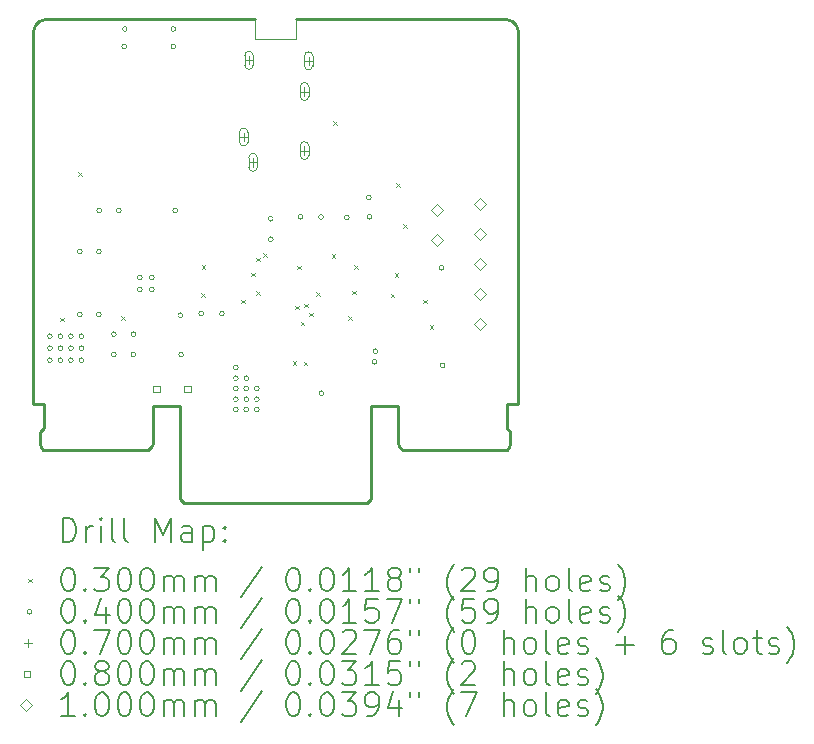
<source format=gbr>
%TF.GenerationSoftware,KiCad,Pcbnew,8.0.2*%
%TF.CreationDate,2024-05-11T12:06:00+10:00*%
%TF.ProjectId,hawk,6861776b-2e6b-4696-9361-645f70636258,1*%
%TF.SameCoordinates,Original*%
%TF.FileFunction,Drillmap*%
%TF.FilePolarity,Positive*%
%FSLAX45Y45*%
G04 Gerber Fmt 4.5, Leading zero omitted, Abs format (unit mm)*
G04 Created by KiCad (PCBNEW 8.0.2) date 2024-05-11 12:06:00*
%MOMM*%
%LPD*%
G01*
G04 APERTURE LIST*
%ADD10C,0.254000*%
%ADD11C,0.100000*%
%ADD12C,0.200000*%
G04 APERTURE END LIST*
D10*
X14687630Y-8187650D02*
X12914550Y-8187650D01*
X15943130Y-11832890D02*
X15967050Y-11837650D01*
X12881700Y-11812650D02*
X12900000Y-11830950D01*
X13819790Y-11799070D02*
X13824550Y-11775150D01*
D11*
X15037630Y-8187650D02*
X15037630Y-8356600D01*
D10*
X16914550Y-11447650D02*
X16824550Y-11447650D01*
X16800000Y-11837650D02*
X16825000Y-11830950D01*
X12843840Y-8216940D02*
X12827950Y-8237650D01*
X16843300Y-11812650D02*
X16850000Y-11787650D01*
X16911140Y-8261770D02*
X16901150Y-8237650D01*
X16800000Y-11837650D02*
X15967050Y-11837650D01*
X12827950Y-8237650D02*
X12817960Y-8261770D01*
X13785970Y-11832890D02*
X13806240Y-11819340D01*
X12817960Y-8261770D02*
X12814550Y-8287650D01*
X15922860Y-11819340D02*
X15943130Y-11832890D01*
X12900000Y-11830950D02*
X12925000Y-11837650D01*
X13806240Y-11819340D02*
X13819790Y-11799070D01*
X14053550Y-11462650D02*
X13825800Y-11462650D01*
X14071860Y-12269340D02*
X14092130Y-12282890D01*
X16864550Y-8201050D02*
X16840430Y-8191060D01*
X14092130Y-12282890D02*
X14116050Y-12287650D01*
X16824550Y-11447650D02*
X16824550Y-11647650D01*
X15657240Y-12269340D02*
X15670790Y-12249070D01*
X15613050Y-12287650D02*
X14116050Y-12287650D01*
X16825000Y-11830950D02*
X16843300Y-11812650D01*
X15670790Y-12249070D02*
X15675550Y-12225150D01*
X13762050Y-11837650D02*
X13785970Y-11832890D01*
X13762050Y-11837650D02*
X12925000Y-11837650D01*
X14058310Y-12249070D02*
X14071860Y-12269340D01*
X15904550Y-11462650D02*
X15904550Y-11775150D01*
X12864550Y-8201050D02*
X12843840Y-8216940D01*
X12914550Y-8187650D02*
X12888670Y-8191060D01*
X12904550Y-11647650D02*
X12875000Y-11678920D01*
X16850000Y-11678920D02*
X16824550Y-11647650D01*
X16814550Y-8187650D02*
X15037630Y-8187650D01*
X15613050Y-12287650D02*
X15636970Y-12282890D01*
X14053550Y-12225150D02*
X14058310Y-12249070D01*
X12904550Y-11447650D02*
X12904550Y-11647650D01*
X16840430Y-8191060D02*
X16814550Y-8187650D01*
X16885260Y-8216940D02*
X16864550Y-8201050D01*
X12888670Y-8191060D02*
X12864550Y-8201050D01*
X12814550Y-8287650D02*
X12814550Y-11447650D01*
D11*
X15037630Y-8356600D02*
X14687630Y-8356600D01*
D10*
X12875000Y-11787650D02*
X12881700Y-11812650D01*
D11*
X14687630Y-8356600D02*
X14687630Y-8187650D01*
D10*
X15636970Y-12282890D02*
X15657240Y-12269340D01*
X13825800Y-11462650D02*
X13824550Y-11775150D01*
X15904550Y-11462650D02*
X15675550Y-11462650D01*
X12904550Y-11447650D02*
X12814550Y-11447650D01*
X12875000Y-11678920D02*
X12875000Y-11787650D01*
X15675550Y-11462650D02*
X15675550Y-12225150D01*
X14053550Y-11462650D02*
X14053550Y-12225150D01*
X16914550Y-8287650D02*
X16911140Y-8261770D01*
X15909310Y-11799070D02*
X15922860Y-11819340D01*
X16914550Y-8287650D02*
X16914550Y-11447650D01*
X16850000Y-11678920D02*
X16850000Y-11787650D01*
X16901150Y-8237650D02*
X16885260Y-8216940D01*
X15904550Y-11775150D02*
X15909310Y-11799070D01*
D12*
D11*
X13040600Y-10716500D02*
X13070600Y-10746500D01*
X13070600Y-10716500D02*
X13040600Y-10746500D01*
X13193000Y-9484600D02*
X13223000Y-9514600D01*
X13223000Y-9484600D02*
X13193000Y-9514600D01*
X13561300Y-10703800D02*
X13591300Y-10733800D01*
X13591300Y-10703800D02*
X13561300Y-10733800D01*
X14234400Y-10505680D02*
X14264400Y-10535680D01*
X14264400Y-10505680D02*
X14234400Y-10535680D01*
X14239480Y-10272000D02*
X14269480Y-10302000D01*
X14269480Y-10272000D02*
X14239480Y-10302000D01*
X14577300Y-10564100D02*
X14607300Y-10594100D01*
X14607300Y-10564100D02*
X14577300Y-10594100D01*
X14658680Y-10335600D02*
X14688680Y-10365600D01*
X14688680Y-10335600D02*
X14658680Y-10365600D01*
X14701205Y-10206515D02*
X14731205Y-10236515D01*
X14731205Y-10206515D02*
X14701205Y-10236515D01*
X14701760Y-10490440D02*
X14731760Y-10520440D01*
X14731760Y-10490440D02*
X14701760Y-10520440D01*
X14762729Y-10169309D02*
X14792729Y-10199309D01*
X14792729Y-10169309D02*
X14762729Y-10199309D01*
X15011640Y-11084800D02*
X15041640Y-11114800D01*
X15041640Y-11084800D02*
X15011640Y-11114800D01*
X15033983Y-10613000D02*
X15063983Y-10643000D01*
X15063983Y-10613000D02*
X15033983Y-10643000D01*
X15047200Y-10275100D02*
X15077200Y-10305100D01*
X15077200Y-10275100D02*
X15047200Y-10305100D01*
X15077680Y-10747950D02*
X15107680Y-10777950D01*
X15107680Y-10747950D02*
X15077680Y-10777950D01*
X15102906Y-11085766D02*
X15132906Y-11115766D01*
X15132906Y-11085766D02*
X15102906Y-11115766D01*
X15108160Y-10597120D02*
X15138160Y-10627120D01*
X15138160Y-10597120D02*
X15108160Y-10627120D01*
X15148800Y-10673500D02*
X15178800Y-10703500D01*
X15178800Y-10673500D02*
X15148800Y-10703500D01*
X15209760Y-10500600D02*
X15239760Y-10530600D01*
X15239760Y-10500600D02*
X15209760Y-10530600D01*
X15340313Y-10177704D02*
X15370313Y-10207704D01*
X15370313Y-10177704D02*
X15340313Y-10207704D01*
X15352000Y-9052800D02*
X15382000Y-9082800D01*
X15382000Y-9052800D02*
X15352000Y-9082800D01*
X15479000Y-10703800D02*
X15509000Y-10733800D01*
X15509000Y-10703800D02*
X15479000Y-10733800D01*
X15517100Y-10487900D02*
X15547100Y-10517900D01*
X15547100Y-10487900D02*
X15517100Y-10517900D01*
X15529800Y-10272000D02*
X15559800Y-10302000D01*
X15559800Y-10272000D02*
X15529800Y-10302000D01*
X15839680Y-10510760D02*
X15869680Y-10540760D01*
X15869680Y-10510760D02*
X15839680Y-10540760D01*
X15874375Y-10336675D02*
X15904375Y-10366675D01*
X15904375Y-10336675D02*
X15874375Y-10366675D01*
X15885650Y-9576040D02*
X15915650Y-9606040D01*
X15915650Y-9576040D02*
X15885650Y-9606040D01*
X15948900Y-9921480D02*
X15978900Y-9951480D01*
X15978900Y-9921480D02*
X15948900Y-9951480D01*
X16114000Y-10564100D02*
X16144000Y-10594100D01*
X16144000Y-10564100D02*
X16114000Y-10594100D01*
X16169880Y-10780000D02*
X16199880Y-10810000D01*
X16199880Y-10780000D02*
X16169880Y-10810000D01*
X12974500Y-10870700D02*
G75*
G02*
X12934500Y-10870700I-20000J0D01*
G01*
X12934500Y-10870700D02*
G75*
G02*
X12974500Y-10870700I20000J0D01*
G01*
X12974500Y-11073900D02*
G75*
G02*
X12934500Y-11073900I-20000J0D01*
G01*
X12934500Y-11073900D02*
G75*
G02*
X12974500Y-11073900I20000J0D01*
G01*
X12975500Y-10972800D02*
G75*
G02*
X12935500Y-10972800I-20000J0D01*
G01*
X12935500Y-10972800D02*
G75*
G02*
X12975500Y-10972800I20000J0D01*
G01*
X13063400Y-10870700D02*
G75*
G02*
X13023400Y-10870700I-20000J0D01*
G01*
X13023400Y-10870700D02*
G75*
G02*
X13063400Y-10870700I20000J0D01*
G01*
X13063400Y-11073900D02*
G75*
G02*
X13023400Y-11073900I-20000J0D01*
G01*
X13023400Y-11073900D02*
G75*
G02*
X13063400Y-11073900I20000J0D01*
G01*
X13064400Y-10972800D02*
G75*
G02*
X13024400Y-10972800I-20000J0D01*
G01*
X13024400Y-10972800D02*
G75*
G02*
X13064400Y-10972800I20000J0D01*
G01*
X13152300Y-10870700D02*
G75*
G02*
X13112300Y-10870700I-20000J0D01*
G01*
X13112300Y-10870700D02*
G75*
G02*
X13152300Y-10870700I20000J0D01*
G01*
X13152300Y-11073900D02*
G75*
G02*
X13112300Y-11073900I-20000J0D01*
G01*
X13112300Y-11073900D02*
G75*
G02*
X13152300Y-11073900I20000J0D01*
G01*
X13153300Y-10972800D02*
G75*
G02*
X13113300Y-10972800I-20000J0D01*
G01*
X13113300Y-10972800D02*
G75*
G02*
X13153300Y-10972800I20000J0D01*
G01*
X13228250Y-10155750D02*
G75*
G02*
X13188250Y-10155750I-20000J0D01*
G01*
X13188250Y-10155750D02*
G75*
G02*
X13228250Y-10155750I20000J0D01*
G01*
X13228250Y-10687850D02*
G75*
G02*
X13188250Y-10687850I-20000J0D01*
G01*
X13188250Y-10687850D02*
G75*
G02*
X13228250Y-10687850I20000J0D01*
G01*
X13241200Y-10870700D02*
G75*
G02*
X13201200Y-10870700I-20000J0D01*
G01*
X13201200Y-10870700D02*
G75*
G02*
X13241200Y-10870700I20000J0D01*
G01*
X13241200Y-11073900D02*
G75*
G02*
X13201200Y-11073900I-20000J0D01*
G01*
X13201200Y-11073900D02*
G75*
G02*
X13241200Y-11073900I20000J0D01*
G01*
X13242200Y-10972800D02*
G75*
G02*
X13202200Y-10972800I-20000J0D01*
G01*
X13202200Y-10972800D02*
G75*
G02*
X13242200Y-10972800I20000J0D01*
G01*
X13389970Y-10155750D02*
G75*
G02*
X13349970Y-10155750I-20000J0D01*
G01*
X13349970Y-10155750D02*
G75*
G02*
X13389970Y-10155750I20000J0D01*
G01*
X13389970Y-10687850D02*
G75*
G02*
X13349970Y-10687850I-20000J0D01*
G01*
X13349970Y-10687850D02*
G75*
G02*
X13389970Y-10687850I20000J0D01*
G01*
X13393100Y-9807050D02*
G75*
G02*
X13353100Y-9807050I-20000J0D01*
G01*
X13353100Y-9807050D02*
G75*
G02*
X13393100Y-9807050I20000J0D01*
G01*
X13516970Y-10854250D02*
G75*
G02*
X13476970Y-10854250I-20000J0D01*
G01*
X13476970Y-10854250D02*
G75*
G02*
X13516970Y-10854250I20000J0D01*
G01*
X13516970Y-11026750D02*
G75*
G02*
X13476970Y-11026750I-20000J0D01*
G01*
X13476970Y-11026750D02*
G75*
G02*
X13516970Y-11026750I20000J0D01*
G01*
X13558200Y-9807050D02*
G75*
G02*
X13518200Y-9807050I-20000J0D01*
G01*
X13518200Y-9807050D02*
G75*
G02*
X13558200Y-9807050I20000J0D01*
G01*
X13603920Y-8417560D02*
G75*
G02*
X13563920Y-8417560I-20000J0D01*
G01*
X13563920Y-8417560D02*
G75*
G02*
X13603920Y-8417560I20000J0D01*
G01*
X13609000Y-8270240D02*
G75*
G02*
X13569000Y-8270240I-20000J0D01*
G01*
X13569000Y-8270240D02*
G75*
G02*
X13609000Y-8270240I20000J0D01*
G01*
X13682070Y-10854250D02*
G75*
G02*
X13642070Y-10854250I-20000J0D01*
G01*
X13642070Y-10854250D02*
G75*
G02*
X13682070Y-10854250I20000J0D01*
G01*
X13682070Y-11026750D02*
G75*
G02*
X13642070Y-11026750I-20000J0D01*
G01*
X13642070Y-11026750D02*
G75*
G02*
X13682070Y-11026750I20000J0D01*
G01*
X13736250Y-10375650D02*
G75*
G02*
X13696250Y-10375650I-20000J0D01*
G01*
X13696250Y-10375650D02*
G75*
G02*
X13736250Y-10375650I20000J0D01*
G01*
X13736250Y-10477250D02*
G75*
G02*
X13696250Y-10477250I-20000J0D01*
G01*
X13696250Y-10477250D02*
G75*
G02*
X13736250Y-10477250I20000J0D01*
G01*
X13837850Y-10375650D02*
G75*
G02*
X13797850Y-10375650I-20000J0D01*
G01*
X13797850Y-10375650D02*
G75*
G02*
X13837850Y-10375650I20000J0D01*
G01*
X13837850Y-10477250D02*
G75*
G02*
X13797850Y-10477250I-20000J0D01*
G01*
X13797850Y-10477250D02*
G75*
G02*
X13837850Y-10477250I20000J0D01*
G01*
X14020480Y-8270240D02*
G75*
G02*
X13980480Y-8270240I-20000J0D01*
G01*
X13980480Y-8270240D02*
G75*
G02*
X14020480Y-8270240I20000J0D01*
G01*
X14020480Y-8417560D02*
G75*
G02*
X13980480Y-8417560I-20000J0D01*
G01*
X13980480Y-8417560D02*
G75*
G02*
X14020480Y-8417560I20000J0D01*
G01*
X14035470Y-9807050D02*
G75*
G02*
X13995470Y-9807050I-20000J0D01*
G01*
X13995470Y-9807050D02*
G75*
G02*
X14035470Y-9807050I20000J0D01*
G01*
X14078720Y-10693400D02*
G75*
G02*
X14038720Y-10693400I-20000J0D01*
G01*
X14038720Y-10693400D02*
G75*
G02*
X14078720Y-10693400I20000J0D01*
G01*
X14085910Y-11027350D02*
G75*
G02*
X14045910Y-11027350I-20000J0D01*
G01*
X14045910Y-11027350D02*
G75*
G02*
X14085910Y-11027350I20000J0D01*
G01*
X14256950Y-10680450D02*
G75*
G02*
X14216950Y-10680450I-20000J0D01*
G01*
X14216950Y-10680450D02*
G75*
G02*
X14256950Y-10680450I20000J0D01*
G01*
X14432100Y-10680450D02*
G75*
G02*
X14392100Y-10680450I-20000J0D01*
G01*
X14392100Y-10680450D02*
G75*
G02*
X14432100Y-10680450I20000J0D01*
G01*
X14549050Y-11137650D02*
G75*
G02*
X14509050Y-11137650I-20000J0D01*
G01*
X14509050Y-11137650D02*
G75*
G02*
X14549050Y-11137650I20000J0D01*
G01*
X14549050Y-11226550D02*
G75*
G02*
X14509050Y-11226550I-20000J0D01*
G01*
X14509050Y-11226550D02*
G75*
G02*
X14549050Y-11226550I20000J0D01*
G01*
X14549050Y-11315450D02*
G75*
G02*
X14509050Y-11315450I-20000J0D01*
G01*
X14509050Y-11315450D02*
G75*
G02*
X14549050Y-11315450I20000J0D01*
G01*
X14549050Y-11404350D02*
G75*
G02*
X14509050Y-11404350I-20000J0D01*
G01*
X14509050Y-11404350D02*
G75*
G02*
X14549050Y-11404350I20000J0D01*
G01*
X14549050Y-11493250D02*
G75*
G02*
X14509050Y-11493250I-20000J0D01*
G01*
X14509050Y-11493250D02*
G75*
G02*
X14549050Y-11493250I20000J0D01*
G01*
X14637950Y-11226550D02*
G75*
G02*
X14597950Y-11226550I-20000J0D01*
G01*
X14597950Y-11226550D02*
G75*
G02*
X14637950Y-11226550I20000J0D01*
G01*
X14637950Y-11315450D02*
G75*
G02*
X14597950Y-11315450I-20000J0D01*
G01*
X14597950Y-11315450D02*
G75*
G02*
X14637950Y-11315450I20000J0D01*
G01*
X14637950Y-11404350D02*
G75*
G02*
X14597950Y-11404350I-20000J0D01*
G01*
X14597950Y-11404350D02*
G75*
G02*
X14637950Y-11404350I20000J0D01*
G01*
X14637950Y-11493250D02*
G75*
G02*
X14597950Y-11493250I-20000J0D01*
G01*
X14597950Y-11493250D02*
G75*
G02*
X14637950Y-11493250I20000J0D01*
G01*
X14726850Y-11315450D02*
G75*
G02*
X14686850Y-11315450I-20000J0D01*
G01*
X14686850Y-11315450D02*
G75*
G02*
X14726850Y-11315450I20000J0D01*
G01*
X14726850Y-11404350D02*
G75*
G02*
X14686850Y-11404350I-20000J0D01*
G01*
X14686850Y-11404350D02*
G75*
G02*
X14726850Y-11404350I20000J0D01*
G01*
X14726850Y-11493250D02*
G75*
G02*
X14686850Y-11493250I-20000J0D01*
G01*
X14686850Y-11493250D02*
G75*
G02*
X14726850Y-11493250I20000J0D01*
G01*
X14845250Y-9877600D02*
G75*
G02*
X14805250Y-9877600I-20000J0D01*
G01*
X14805250Y-9877600D02*
G75*
G02*
X14845250Y-9877600I20000J0D01*
G01*
X14845250Y-10050100D02*
G75*
G02*
X14805250Y-10050100I-20000J0D01*
G01*
X14805250Y-10050100D02*
G75*
G02*
X14845250Y-10050100I20000J0D01*
G01*
X15097660Y-9861000D02*
G75*
G02*
X15057660Y-9861000I-20000J0D01*
G01*
X15057660Y-9861000D02*
G75*
G02*
X15097660Y-9861000I20000J0D01*
G01*
X15270160Y-9861000D02*
G75*
G02*
X15230160Y-9861000I-20000J0D01*
G01*
X15230160Y-9861000D02*
G75*
G02*
X15270160Y-9861000I20000J0D01*
G01*
X15272700Y-11353800D02*
G75*
G02*
X15232700Y-11353800I-20000J0D01*
G01*
X15232700Y-11353800D02*
G75*
G02*
X15272700Y-11353800I20000J0D01*
G01*
X15488600Y-9867900D02*
G75*
G02*
X15448600Y-9867900I-20000J0D01*
G01*
X15448600Y-9867900D02*
G75*
G02*
X15488600Y-9867900I20000J0D01*
G01*
X15674800Y-9697720D02*
G75*
G02*
X15634800Y-9697720I-20000J0D01*
G01*
X15634800Y-9697720D02*
G75*
G02*
X15674800Y-9697720I20000J0D01*
G01*
X15681750Y-9861000D02*
G75*
G02*
X15641750Y-9861000I-20000J0D01*
G01*
X15641750Y-9861000D02*
G75*
G02*
X15681750Y-9861000I20000J0D01*
G01*
X15722280Y-11088816D02*
G75*
G02*
X15682280Y-11088816I-20000J0D01*
G01*
X15682280Y-11088816D02*
G75*
G02*
X15722280Y-11088816I20000J0D01*
G01*
X15729900Y-10998200D02*
G75*
G02*
X15689900Y-10998200I-20000J0D01*
G01*
X15689900Y-10998200D02*
G75*
G02*
X15729900Y-10998200I20000J0D01*
G01*
X16291240Y-10292080D02*
G75*
G02*
X16251240Y-10292080I-20000J0D01*
G01*
X16251240Y-10292080D02*
G75*
G02*
X16291240Y-10292080I20000J0D01*
G01*
X16299880Y-11118130D02*
G75*
G02*
X16259880Y-11118130I-20000J0D01*
G01*
X16259880Y-11118130D02*
G75*
G02*
X16299880Y-11118130I20000J0D01*
G01*
X14595000Y-9150000D02*
X14595000Y-9220000D01*
X14560000Y-9185000D02*
X14630000Y-9185000D01*
X14630000Y-9226200D02*
X14630000Y-9143800D01*
X14560000Y-9143800D02*
G75*
G02*
X14630000Y-9143800I35000J0D01*
G01*
X14560000Y-9143800D02*
X14560000Y-9226200D01*
X14560000Y-9226200D02*
G75*
G03*
X14630000Y-9226200I35000J0D01*
G01*
X14640000Y-8500000D02*
X14640000Y-8570000D01*
X14605000Y-8535000D02*
X14675000Y-8535000D01*
X14675000Y-8576200D02*
X14675000Y-8493800D01*
X14605000Y-8493800D02*
G75*
G02*
X14675000Y-8493800I35000J0D01*
G01*
X14605000Y-8493800D02*
X14605000Y-8576200D01*
X14605000Y-8576200D02*
G75*
G03*
X14675000Y-8576200I35000J0D01*
G01*
X14675000Y-9365000D02*
X14675000Y-9435000D01*
X14640000Y-9400000D02*
X14710000Y-9400000D01*
X14710000Y-9441200D02*
X14710000Y-9358800D01*
X14640000Y-9358800D02*
G75*
G02*
X14710000Y-9358800I35000J0D01*
G01*
X14640000Y-9358800D02*
X14640000Y-9441200D01*
X14640000Y-9441200D02*
G75*
G03*
X14710000Y-9441200I35000J0D01*
G01*
X15110000Y-8765000D02*
X15110000Y-8835000D01*
X15075000Y-8800000D02*
X15145000Y-8800000D01*
X15145000Y-8841200D02*
X15145000Y-8758800D01*
X15075000Y-8758800D02*
G75*
G02*
X15145000Y-8758800I35000J0D01*
G01*
X15075000Y-8758800D02*
X15075000Y-8841200D01*
X15075000Y-8841200D02*
G75*
G03*
X15145000Y-8841200I35000J0D01*
G01*
X15110000Y-9265000D02*
X15110000Y-9335000D01*
X15075000Y-9300000D02*
X15145000Y-9300000D01*
X15145000Y-9341200D02*
X15145000Y-9258800D01*
X15075000Y-9258800D02*
G75*
G02*
X15145000Y-9258800I35000J0D01*
G01*
X15075000Y-9258800D02*
X15075000Y-9341200D01*
X15075000Y-9341200D02*
G75*
G03*
X15145000Y-9341200I35000J0D01*
G01*
X15145000Y-8505000D02*
X15145000Y-8575000D01*
X15110000Y-8540000D02*
X15180000Y-8540000D01*
X15180000Y-8581200D02*
X15180000Y-8498800D01*
X15110000Y-8498800D02*
G75*
G02*
X15180000Y-8498800I35000J0D01*
G01*
X15110000Y-8498800D02*
X15110000Y-8581200D01*
X15110000Y-8581200D02*
G75*
G03*
X15180000Y-8581200I35000J0D01*
G01*
X13888604Y-11346524D02*
X13888604Y-11289955D01*
X13832035Y-11289955D01*
X13832035Y-11346524D01*
X13888604Y-11346524D01*
X14148604Y-11346524D02*
X14148604Y-11289955D01*
X14092035Y-11289955D01*
X14092035Y-11346524D01*
X14148604Y-11346524D01*
X16230600Y-9854900D02*
X16280600Y-9804900D01*
X16230600Y-9754900D01*
X16180600Y-9804900D01*
X16230600Y-9854900D01*
X16230600Y-10108900D02*
X16280600Y-10058900D01*
X16230600Y-10008900D01*
X16180600Y-10058900D01*
X16230600Y-10108900D01*
X16598900Y-9803600D02*
X16648900Y-9753600D01*
X16598900Y-9703600D01*
X16548900Y-9753600D01*
X16598900Y-9803600D01*
X16598900Y-10057600D02*
X16648900Y-10007600D01*
X16598900Y-9957600D01*
X16548900Y-10007600D01*
X16598900Y-10057600D01*
X16598900Y-10311600D02*
X16648900Y-10261600D01*
X16598900Y-10211600D01*
X16548900Y-10261600D01*
X16598900Y-10311600D01*
X16598900Y-10565600D02*
X16648900Y-10515600D01*
X16598900Y-10465600D01*
X16548900Y-10515600D01*
X16598900Y-10565600D01*
X16598900Y-10819600D02*
X16648900Y-10769600D01*
X16598900Y-10719600D01*
X16548900Y-10769600D01*
X16598900Y-10819600D01*
D12*
X13062627Y-12611834D02*
X13062627Y-12411834D01*
X13062627Y-12411834D02*
X13110246Y-12411834D01*
X13110246Y-12411834D02*
X13138817Y-12421358D01*
X13138817Y-12421358D02*
X13157865Y-12440405D01*
X13157865Y-12440405D02*
X13167389Y-12459453D01*
X13167389Y-12459453D02*
X13176912Y-12497548D01*
X13176912Y-12497548D02*
X13176912Y-12526119D01*
X13176912Y-12526119D02*
X13167389Y-12564215D01*
X13167389Y-12564215D02*
X13157865Y-12583262D01*
X13157865Y-12583262D02*
X13138817Y-12602310D01*
X13138817Y-12602310D02*
X13110246Y-12611834D01*
X13110246Y-12611834D02*
X13062627Y-12611834D01*
X13262627Y-12611834D02*
X13262627Y-12478500D01*
X13262627Y-12516596D02*
X13272151Y-12497548D01*
X13272151Y-12497548D02*
X13281674Y-12488024D01*
X13281674Y-12488024D02*
X13300722Y-12478500D01*
X13300722Y-12478500D02*
X13319770Y-12478500D01*
X13386436Y-12611834D02*
X13386436Y-12478500D01*
X13386436Y-12411834D02*
X13376912Y-12421358D01*
X13376912Y-12421358D02*
X13386436Y-12430881D01*
X13386436Y-12430881D02*
X13395960Y-12421358D01*
X13395960Y-12421358D02*
X13386436Y-12411834D01*
X13386436Y-12411834D02*
X13386436Y-12430881D01*
X13510246Y-12611834D02*
X13491198Y-12602310D01*
X13491198Y-12602310D02*
X13481674Y-12583262D01*
X13481674Y-12583262D02*
X13481674Y-12411834D01*
X13615008Y-12611834D02*
X13595960Y-12602310D01*
X13595960Y-12602310D02*
X13586436Y-12583262D01*
X13586436Y-12583262D02*
X13586436Y-12411834D01*
X13843579Y-12611834D02*
X13843579Y-12411834D01*
X13843579Y-12411834D02*
X13910246Y-12554691D01*
X13910246Y-12554691D02*
X13976912Y-12411834D01*
X13976912Y-12411834D02*
X13976912Y-12611834D01*
X14157865Y-12611834D02*
X14157865Y-12507072D01*
X14157865Y-12507072D02*
X14148341Y-12488024D01*
X14148341Y-12488024D02*
X14129293Y-12478500D01*
X14129293Y-12478500D02*
X14091198Y-12478500D01*
X14091198Y-12478500D02*
X14072151Y-12488024D01*
X14157865Y-12602310D02*
X14138817Y-12611834D01*
X14138817Y-12611834D02*
X14091198Y-12611834D01*
X14091198Y-12611834D02*
X14072151Y-12602310D01*
X14072151Y-12602310D02*
X14062627Y-12583262D01*
X14062627Y-12583262D02*
X14062627Y-12564215D01*
X14062627Y-12564215D02*
X14072151Y-12545167D01*
X14072151Y-12545167D02*
X14091198Y-12535643D01*
X14091198Y-12535643D02*
X14138817Y-12535643D01*
X14138817Y-12535643D02*
X14157865Y-12526119D01*
X14253103Y-12478500D02*
X14253103Y-12678500D01*
X14253103Y-12488024D02*
X14272151Y-12478500D01*
X14272151Y-12478500D02*
X14310246Y-12478500D01*
X14310246Y-12478500D02*
X14329293Y-12488024D01*
X14329293Y-12488024D02*
X14338817Y-12497548D01*
X14338817Y-12497548D02*
X14348341Y-12516596D01*
X14348341Y-12516596D02*
X14348341Y-12573738D01*
X14348341Y-12573738D02*
X14338817Y-12592786D01*
X14338817Y-12592786D02*
X14329293Y-12602310D01*
X14329293Y-12602310D02*
X14310246Y-12611834D01*
X14310246Y-12611834D02*
X14272151Y-12611834D01*
X14272151Y-12611834D02*
X14253103Y-12602310D01*
X14434055Y-12592786D02*
X14443579Y-12602310D01*
X14443579Y-12602310D02*
X14434055Y-12611834D01*
X14434055Y-12611834D02*
X14424532Y-12602310D01*
X14424532Y-12602310D02*
X14434055Y-12592786D01*
X14434055Y-12592786D02*
X14434055Y-12611834D01*
X14434055Y-12488024D02*
X14443579Y-12497548D01*
X14443579Y-12497548D02*
X14434055Y-12507072D01*
X14434055Y-12507072D02*
X14424532Y-12497548D01*
X14424532Y-12497548D02*
X14434055Y-12488024D01*
X14434055Y-12488024D02*
X14434055Y-12507072D01*
D11*
X12771850Y-12925350D02*
X12801850Y-12955350D01*
X12801850Y-12925350D02*
X12771850Y-12955350D01*
D12*
X13100722Y-12831834D02*
X13119770Y-12831834D01*
X13119770Y-12831834D02*
X13138817Y-12841358D01*
X13138817Y-12841358D02*
X13148341Y-12850881D01*
X13148341Y-12850881D02*
X13157865Y-12869929D01*
X13157865Y-12869929D02*
X13167389Y-12908024D01*
X13167389Y-12908024D02*
X13167389Y-12955643D01*
X13167389Y-12955643D02*
X13157865Y-12993738D01*
X13157865Y-12993738D02*
X13148341Y-13012786D01*
X13148341Y-13012786D02*
X13138817Y-13022310D01*
X13138817Y-13022310D02*
X13119770Y-13031834D01*
X13119770Y-13031834D02*
X13100722Y-13031834D01*
X13100722Y-13031834D02*
X13081674Y-13022310D01*
X13081674Y-13022310D02*
X13072151Y-13012786D01*
X13072151Y-13012786D02*
X13062627Y-12993738D01*
X13062627Y-12993738D02*
X13053103Y-12955643D01*
X13053103Y-12955643D02*
X13053103Y-12908024D01*
X13053103Y-12908024D02*
X13062627Y-12869929D01*
X13062627Y-12869929D02*
X13072151Y-12850881D01*
X13072151Y-12850881D02*
X13081674Y-12841358D01*
X13081674Y-12841358D02*
X13100722Y-12831834D01*
X13253103Y-13012786D02*
X13262627Y-13022310D01*
X13262627Y-13022310D02*
X13253103Y-13031834D01*
X13253103Y-13031834D02*
X13243579Y-13022310D01*
X13243579Y-13022310D02*
X13253103Y-13012786D01*
X13253103Y-13012786D02*
X13253103Y-13031834D01*
X13329293Y-12831834D02*
X13453103Y-12831834D01*
X13453103Y-12831834D02*
X13386436Y-12908024D01*
X13386436Y-12908024D02*
X13415008Y-12908024D01*
X13415008Y-12908024D02*
X13434055Y-12917548D01*
X13434055Y-12917548D02*
X13443579Y-12927072D01*
X13443579Y-12927072D02*
X13453103Y-12946119D01*
X13453103Y-12946119D02*
X13453103Y-12993738D01*
X13453103Y-12993738D02*
X13443579Y-13012786D01*
X13443579Y-13012786D02*
X13434055Y-13022310D01*
X13434055Y-13022310D02*
X13415008Y-13031834D01*
X13415008Y-13031834D02*
X13357865Y-13031834D01*
X13357865Y-13031834D02*
X13338817Y-13022310D01*
X13338817Y-13022310D02*
X13329293Y-13012786D01*
X13576912Y-12831834D02*
X13595960Y-12831834D01*
X13595960Y-12831834D02*
X13615008Y-12841358D01*
X13615008Y-12841358D02*
X13624532Y-12850881D01*
X13624532Y-12850881D02*
X13634055Y-12869929D01*
X13634055Y-12869929D02*
X13643579Y-12908024D01*
X13643579Y-12908024D02*
X13643579Y-12955643D01*
X13643579Y-12955643D02*
X13634055Y-12993738D01*
X13634055Y-12993738D02*
X13624532Y-13012786D01*
X13624532Y-13012786D02*
X13615008Y-13022310D01*
X13615008Y-13022310D02*
X13595960Y-13031834D01*
X13595960Y-13031834D02*
X13576912Y-13031834D01*
X13576912Y-13031834D02*
X13557865Y-13022310D01*
X13557865Y-13022310D02*
X13548341Y-13012786D01*
X13548341Y-13012786D02*
X13538817Y-12993738D01*
X13538817Y-12993738D02*
X13529293Y-12955643D01*
X13529293Y-12955643D02*
X13529293Y-12908024D01*
X13529293Y-12908024D02*
X13538817Y-12869929D01*
X13538817Y-12869929D02*
X13548341Y-12850881D01*
X13548341Y-12850881D02*
X13557865Y-12841358D01*
X13557865Y-12841358D02*
X13576912Y-12831834D01*
X13767389Y-12831834D02*
X13786436Y-12831834D01*
X13786436Y-12831834D02*
X13805484Y-12841358D01*
X13805484Y-12841358D02*
X13815008Y-12850881D01*
X13815008Y-12850881D02*
X13824532Y-12869929D01*
X13824532Y-12869929D02*
X13834055Y-12908024D01*
X13834055Y-12908024D02*
X13834055Y-12955643D01*
X13834055Y-12955643D02*
X13824532Y-12993738D01*
X13824532Y-12993738D02*
X13815008Y-13012786D01*
X13815008Y-13012786D02*
X13805484Y-13022310D01*
X13805484Y-13022310D02*
X13786436Y-13031834D01*
X13786436Y-13031834D02*
X13767389Y-13031834D01*
X13767389Y-13031834D02*
X13748341Y-13022310D01*
X13748341Y-13022310D02*
X13738817Y-13012786D01*
X13738817Y-13012786D02*
X13729293Y-12993738D01*
X13729293Y-12993738D02*
X13719770Y-12955643D01*
X13719770Y-12955643D02*
X13719770Y-12908024D01*
X13719770Y-12908024D02*
X13729293Y-12869929D01*
X13729293Y-12869929D02*
X13738817Y-12850881D01*
X13738817Y-12850881D02*
X13748341Y-12841358D01*
X13748341Y-12841358D02*
X13767389Y-12831834D01*
X13919770Y-13031834D02*
X13919770Y-12898500D01*
X13919770Y-12917548D02*
X13929293Y-12908024D01*
X13929293Y-12908024D02*
X13948341Y-12898500D01*
X13948341Y-12898500D02*
X13976913Y-12898500D01*
X13976913Y-12898500D02*
X13995960Y-12908024D01*
X13995960Y-12908024D02*
X14005484Y-12927072D01*
X14005484Y-12927072D02*
X14005484Y-13031834D01*
X14005484Y-12927072D02*
X14015008Y-12908024D01*
X14015008Y-12908024D02*
X14034055Y-12898500D01*
X14034055Y-12898500D02*
X14062627Y-12898500D01*
X14062627Y-12898500D02*
X14081674Y-12908024D01*
X14081674Y-12908024D02*
X14091198Y-12927072D01*
X14091198Y-12927072D02*
X14091198Y-13031834D01*
X14186436Y-13031834D02*
X14186436Y-12898500D01*
X14186436Y-12917548D02*
X14195960Y-12908024D01*
X14195960Y-12908024D02*
X14215008Y-12898500D01*
X14215008Y-12898500D02*
X14243579Y-12898500D01*
X14243579Y-12898500D02*
X14262627Y-12908024D01*
X14262627Y-12908024D02*
X14272151Y-12927072D01*
X14272151Y-12927072D02*
X14272151Y-13031834D01*
X14272151Y-12927072D02*
X14281674Y-12908024D01*
X14281674Y-12908024D02*
X14300722Y-12898500D01*
X14300722Y-12898500D02*
X14329293Y-12898500D01*
X14329293Y-12898500D02*
X14348341Y-12908024D01*
X14348341Y-12908024D02*
X14357865Y-12927072D01*
X14357865Y-12927072D02*
X14357865Y-13031834D01*
X14748341Y-12822310D02*
X14576913Y-13079453D01*
X15005484Y-12831834D02*
X15024532Y-12831834D01*
X15024532Y-12831834D02*
X15043579Y-12841358D01*
X15043579Y-12841358D02*
X15053103Y-12850881D01*
X15053103Y-12850881D02*
X15062627Y-12869929D01*
X15062627Y-12869929D02*
X15072151Y-12908024D01*
X15072151Y-12908024D02*
X15072151Y-12955643D01*
X15072151Y-12955643D02*
X15062627Y-12993738D01*
X15062627Y-12993738D02*
X15053103Y-13012786D01*
X15053103Y-13012786D02*
X15043579Y-13022310D01*
X15043579Y-13022310D02*
X15024532Y-13031834D01*
X15024532Y-13031834D02*
X15005484Y-13031834D01*
X15005484Y-13031834D02*
X14986436Y-13022310D01*
X14986436Y-13022310D02*
X14976913Y-13012786D01*
X14976913Y-13012786D02*
X14967389Y-12993738D01*
X14967389Y-12993738D02*
X14957865Y-12955643D01*
X14957865Y-12955643D02*
X14957865Y-12908024D01*
X14957865Y-12908024D02*
X14967389Y-12869929D01*
X14967389Y-12869929D02*
X14976913Y-12850881D01*
X14976913Y-12850881D02*
X14986436Y-12841358D01*
X14986436Y-12841358D02*
X15005484Y-12831834D01*
X15157865Y-13012786D02*
X15167389Y-13022310D01*
X15167389Y-13022310D02*
X15157865Y-13031834D01*
X15157865Y-13031834D02*
X15148341Y-13022310D01*
X15148341Y-13022310D02*
X15157865Y-13012786D01*
X15157865Y-13012786D02*
X15157865Y-13031834D01*
X15291198Y-12831834D02*
X15310246Y-12831834D01*
X15310246Y-12831834D02*
X15329294Y-12841358D01*
X15329294Y-12841358D02*
X15338817Y-12850881D01*
X15338817Y-12850881D02*
X15348341Y-12869929D01*
X15348341Y-12869929D02*
X15357865Y-12908024D01*
X15357865Y-12908024D02*
X15357865Y-12955643D01*
X15357865Y-12955643D02*
X15348341Y-12993738D01*
X15348341Y-12993738D02*
X15338817Y-13012786D01*
X15338817Y-13012786D02*
X15329294Y-13022310D01*
X15329294Y-13022310D02*
X15310246Y-13031834D01*
X15310246Y-13031834D02*
X15291198Y-13031834D01*
X15291198Y-13031834D02*
X15272151Y-13022310D01*
X15272151Y-13022310D02*
X15262627Y-13012786D01*
X15262627Y-13012786D02*
X15253103Y-12993738D01*
X15253103Y-12993738D02*
X15243579Y-12955643D01*
X15243579Y-12955643D02*
X15243579Y-12908024D01*
X15243579Y-12908024D02*
X15253103Y-12869929D01*
X15253103Y-12869929D02*
X15262627Y-12850881D01*
X15262627Y-12850881D02*
X15272151Y-12841358D01*
X15272151Y-12841358D02*
X15291198Y-12831834D01*
X15548341Y-13031834D02*
X15434056Y-13031834D01*
X15491198Y-13031834D02*
X15491198Y-12831834D01*
X15491198Y-12831834D02*
X15472151Y-12860405D01*
X15472151Y-12860405D02*
X15453103Y-12879453D01*
X15453103Y-12879453D02*
X15434056Y-12888977D01*
X15738817Y-13031834D02*
X15624532Y-13031834D01*
X15681675Y-13031834D02*
X15681675Y-12831834D01*
X15681675Y-12831834D02*
X15662627Y-12860405D01*
X15662627Y-12860405D02*
X15643579Y-12879453D01*
X15643579Y-12879453D02*
X15624532Y-12888977D01*
X15853103Y-12917548D02*
X15834056Y-12908024D01*
X15834056Y-12908024D02*
X15824532Y-12898500D01*
X15824532Y-12898500D02*
X15815008Y-12879453D01*
X15815008Y-12879453D02*
X15815008Y-12869929D01*
X15815008Y-12869929D02*
X15824532Y-12850881D01*
X15824532Y-12850881D02*
X15834056Y-12841358D01*
X15834056Y-12841358D02*
X15853103Y-12831834D01*
X15853103Y-12831834D02*
X15891198Y-12831834D01*
X15891198Y-12831834D02*
X15910246Y-12841358D01*
X15910246Y-12841358D02*
X15919770Y-12850881D01*
X15919770Y-12850881D02*
X15929294Y-12869929D01*
X15929294Y-12869929D02*
X15929294Y-12879453D01*
X15929294Y-12879453D02*
X15919770Y-12898500D01*
X15919770Y-12898500D02*
X15910246Y-12908024D01*
X15910246Y-12908024D02*
X15891198Y-12917548D01*
X15891198Y-12917548D02*
X15853103Y-12917548D01*
X15853103Y-12917548D02*
X15834056Y-12927072D01*
X15834056Y-12927072D02*
X15824532Y-12936596D01*
X15824532Y-12936596D02*
X15815008Y-12955643D01*
X15815008Y-12955643D02*
X15815008Y-12993738D01*
X15815008Y-12993738D02*
X15824532Y-13012786D01*
X15824532Y-13012786D02*
X15834056Y-13022310D01*
X15834056Y-13022310D02*
X15853103Y-13031834D01*
X15853103Y-13031834D02*
X15891198Y-13031834D01*
X15891198Y-13031834D02*
X15910246Y-13022310D01*
X15910246Y-13022310D02*
X15919770Y-13012786D01*
X15919770Y-13012786D02*
X15929294Y-12993738D01*
X15929294Y-12993738D02*
X15929294Y-12955643D01*
X15929294Y-12955643D02*
X15919770Y-12936596D01*
X15919770Y-12936596D02*
X15910246Y-12927072D01*
X15910246Y-12927072D02*
X15891198Y-12917548D01*
X16005484Y-12831834D02*
X16005484Y-12869929D01*
X16081675Y-12831834D02*
X16081675Y-12869929D01*
X16376913Y-13108024D02*
X16367389Y-13098500D01*
X16367389Y-13098500D02*
X16348341Y-13069929D01*
X16348341Y-13069929D02*
X16338818Y-13050881D01*
X16338818Y-13050881D02*
X16329294Y-13022310D01*
X16329294Y-13022310D02*
X16319770Y-12974691D01*
X16319770Y-12974691D02*
X16319770Y-12936596D01*
X16319770Y-12936596D02*
X16329294Y-12888977D01*
X16329294Y-12888977D02*
X16338818Y-12860405D01*
X16338818Y-12860405D02*
X16348341Y-12841358D01*
X16348341Y-12841358D02*
X16367389Y-12812786D01*
X16367389Y-12812786D02*
X16376913Y-12803262D01*
X16443579Y-12850881D02*
X16453103Y-12841358D01*
X16453103Y-12841358D02*
X16472151Y-12831834D01*
X16472151Y-12831834D02*
X16519770Y-12831834D01*
X16519770Y-12831834D02*
X16538818Y-12841358D01*
X16538818Y-12841358D02*
X16548341Y-12850881D01*
X16548341Y-12850881D02*
X16557865Y-12869929D01*
X16557865Y-12869929D02*
X16557865Y-12888977D01*
X16557865Y-12888977D02*
X16548341Y-12917548D01*
X16548341Y-12917548D02*
X16434056Y-13031834D01*
X16434056Y-13031834D02*
X16557865Y-13031834D01*
X16653103Y-13031834D02*
X16691198Y-13031834D01*
X16691198Y-13031834D02*
X16710246Y-13022310D01*
X16710246Y-13022310D02*
X16719770Y-13012786D01*
X16719770Y-13012786D02*
X16738818Y-12984215D01*
X16738818Y-12984215D02*
X16748341Y-12946119D01*
X16748341Y-12946119D02*
X16748341Y-12869929D01*
X16748341Y-12869929D02*
X16738818Y-12850881D01*
X16738818Y-12850881D02*
X16729294Y-12841358D01*
X16729294Y-12841358D02*
X16710246Y-12831834D01*
X16710246Y-12831834D02*
X16672151Y-12831834D01*
X16672151Y-12831834D02*
X16653103Y-12841358D01*
X16653103Y-12841358D02*
X16643579Y-12850881D01*
X16643579Y-12850881D02*
X16634056Y-12869929D01*
X16634056Y-12869929D02*
X16634056Y-12917548D01*
X16634056Y-12917548D02*
X16643579Y-12936596D01*
X16643579Y-12936596D02*
X16653103Y-12946119D01*
X16653103Y-12946119D02*
X16672151Y-12955643D01*
X16672151Y-12955643D02*
X16710246Y-12955643D01*
X16710246Y-12955643D02*
X16729294Y-12946119D01*
X16729294Y-12946119D02*
X16738818Y-12936596D01*
X16738818Y-12936596D02*
X16748341Y-12917548D01*
X16986437Y-13031834D02*
X16986437Y-12831834D01*
X17072151Y-13031834D02*
X17072151Y-12927072D01*
X17072151Y-12927072D02*
X17062627Y-12908024D01*
X17062627Y-12908024D02*
X17043580Y-12898500D01*
X17043580Y-12898500D02*
X17015008Y-12898500D01*
X17015008Y-12898500D02*
X16995961Y-12908024D01*
X16995961Y-12908024D02*
X16986437Y-12917548D01*
X17195961Y-13031834D02*
X17176913Y-13022310D01*
X17176913Y-13022310D02*
X17167389Y-13012786D01*
X17167389Y-13012786D02*
X17157865Y-12993738D01*
X17157865Y-12993738D02*
X17157865Y-12936596D01*
X17157865Y-12936596D02*
X17167389Y-12917548D01*
X17167389Y-12917548D02*
X17176913Y-12908024D01*
X17176913Y-12908024D02*
X17195961Y-12898500D01*
X17195961Y-12898500D02*
X17224532Y-12898500D01*
X17224532Y-12898500D02*
X17243580Y-12908024D01*
X17243580Y-12908024D02*
X17253103Y-12917548D01*
X17253103Y-12917548D02*
X17262627Y-12936596D01*
X17262627Y-12936596D02*
X17262627Y-12993738D01*
X17262627Y-12993738D02*
X17253103Y-13012786D01*
X17253103Y-13012786D02*
X17243580Y-13022310D01*
X17243580Y-13022310D02*
X17224532Y-13031834D01*
X17224532Y-13031834D02*
X17195961Y-13031834D01*
X17376913Y-13031834D02*
X17357865Y-13022310D01*
X17357865Y-13022310D02*
X17348342Y-13003262D01*
X17348342Y-13003262D02*
X17348342Y-12831834D01*
X17529294Y-13022310D02*
X17510246Y-13031834D01*
X17510246Y-13031834D02*
X17472151Y-13031834D01*
X17472151Y-13031834D02*
X17453103Y-13022310D01*
X17453103Y-13022310D02*
X17443580Y-13003262D01*
X17443580Y-13003262D02*
X17443580Y-12927072D01*
X17443580Y-12927072D02*
X17453103Y-12908024D01*
X17453103Y-12908024D02*
X17472151Y-12898500D01*
X17472151Y-12898500D02*
X17510246Y-12898500D01*
X17510246Y-12898500D02*
X17529294Y-12908024D01*
X17529294Y-12908024D02*
X17538818Y-12927072D01*
X17538818Y-12927072D02*
X17538818Y-12946119D01*
X17538818Y-12946119D02*
X17443580Y-12965167D01*
X17615008Y-13022310D02*
X17634056Y-13031834D01*
X17634056Y-13031834D02*
X17672151Y-13031834D01*
X17672151Y-13031834D02*
X17691199Y-13022310D01*
X17691199Y-13022310D02*
X17700723Y-13003262D01*
X17700723Y-13003262D02*
X17700723Y-12993738D01*
X17700723Y-12993738D02*
X17691199Y-12974691D01*
X17691199Y-12974691D02*
X17672151Y-12965167D01*
X17672151Y-12965167D02*
X17643580Y-12965167D01*
X17643580Y-12965167D02*
X17624532Y-12955643D01*
X17624532Y-12955643D02*
X17615008Y-12936596D01*
X17615008Y-12936596D02*
X17615008Y-12927072D01*
X17615008Y-12927072D02*
X17624532Y-12908024D01*
X17624532Y-12908024D02*
X17643580Y-12898500D01*
X17643580Y-12898500D02*
X17672151Y-12898500D01*
X17672151Y-12898500D02*
X17691199Y-12908024D01*
X17767389Y-13108024D02*
X17776913Y-13098500D01*
X17776913Y-13098500D02*
X17795961Y-13069929D01*
X17795961Y-13069929D02*
X17805484Y-13050881D01*
X17805484Y-13050881D02*
X17815008Y-13022310D01*
X17815008Y-13022310D02*
X17824532Y-12974691D01*
X17824532Y-12974691D02*
X17824532Y-12936596D01*
X17824532Y-12936596D02*
X17815008Y-12888977D01*
X17815008Y-12888977D02*
X17805484Y-12860405D01*
X17805484Y-12860405D02*
X17795961Y-12841358D01*
X17795961Y-12841358D02*
X17776913Y-12812786D01*
X17776913Y-12812786D02*
X17767389Y-12803262D01*
D11*
X12801850Y-13204350D02*
G75*
G02*
X12761850Y-13204350I-20000J0D01*
G01*
X12761850Y-13204350D02*
G75*
G02*
X12801850Y-13204350I20000J0D01*
G01*
D12*
X13100722Y-13095834D02*
X13119770Y-13095834D01*
X13119770Y-13095834D02*
X13138817Y-13105358D01*
X13138817Y-13105358D02*
X13148341Y-13114881D01*
X13148341Y-13114881D02*
X13157865Y-13133929D01*
X13157865Y-13133929D02*
X13167389Y-13172024D01*
X13167389Y-13172024D02*
X13167389Y-13219643D01*
X13167389Y-13219643D02*
X13157865Y-13257738D01*
X13157865Y-13257738D02*
X13148341Y-13276786D01*
X13148341Y-13276786D02*
X13138817Y-13286310D01*
X13138817Y-13286310D02*
X13119770Y-13295834D01*
X13119770Y-13295834D02*
X13100722Y-13295834D01*
X13100722Y-13295834D02*
X13081674Y-13286310D01*
X13081674Y-13286310D02*
X13072151Y-13276786D01*
X13072151Y-13276786D02*
X13062627Y-13257738D01*
X13062627Y-13257738D02*
X13053103Y-13219643D01*
X13053103Y-13219643D02*
X13053103Y-13172024D01*
X13053103Y-13172024D02*
X13062627Y-13133929D01*
X13062627Y-13133929D02*
X13072151Y-13114881D01*
X13072151Y-13114881D02*
X13081674Y-13105358D01*
X13081674Y-13105358D02*
X13100722Y-13095834D01*
X13253103Y-13276786D02*
X13262627Y-13286310D01*
X13262627Y-13286310D02*
X13253103Y-13295834D01*
X13253103Y-13295834D02*
X13243579Y-13286310D01*
X13243579Y-13286310D02*
X13253103Y-13276786D01*
X13253103Y-13276786D02*
X13253103Y-13295834D01*
X13434055Y-13162500D02*
X13434055Y-13295834D01*
X13386436Y-13086310D02*
X13338817Y-13229167D01*
X13338817Y-13229167D02*
X13462627Y-13229167D01*
X13576912Y-13095834D02*
X13595960Y-13095834D01*
X13595960Y-13095834D02*
X13615008Y-13105358D01*
X13615008Y-13105358D02*
X13624532Y-13114881D01*
X13624532Y-13114881D02*
X13634055Y-13133929D01*
X13634055Y-13133929D02*
X13643579Y-13172024D01*
X13643579Y-13172024D02*
X13643579Y-13219643D01*
X13643579Y-13219643D02*
X13634055Y-13257738D01*
X13634055Y-13257738D02*
X13624532Y-13276786D01*
X13624532Y-13276786D02*
X13615008Y-13286310D01*
X13615008Y-13286310D02*
X13595960Y-13295834D01*
X13595960Y-13295834D02*
X13576912Y-13295834D01*
X13576912Y-13295834D02*
X13557865Y-13286310D01*
X13557865Y-13286310D02*
X13548341Y-13276786D01*
X13548341Y-13276786D02*
X13538817Y-13257738D01*
X13538817Y-13257738D02*
X13529293Y-13219643D01*
X13529293Y-13219643D02*
X13529293Y-13172024D01*
X13529293Y-13172024D02*
X13538817Y-13133929D01*
X13538817Y-13133929D02*
X13548341Y-13114881D01*
X13548341Y-13114881D02*
X13557865Y-13105358D01*
X13557865Y-13105358D02*
X13576912Y-13095834D01*
X13767389Y-13095834D02*
X13786436Y-13095834D01*
X13786436Y-13095834D02*
X13805484Y-13105358D01*
X13805484Y-13105358D02*
X13815008Y-13114881D01*
X13815008Y-13114881D02*
X13824532Y-13133929D01*
X13824532Y-13133929D02*
X13834055Y-13172024D01*
X13834055Y-13172024D02*
X13834055Y-13219643D01*
X13834055Y-13219643D02*
X13824532Y-13257738D01*
X13824532Y-13257738D02*
X13815008Y-13276786D01*
X13815008Y-13276786D02*
X13805484Y-13286310D01*
X13805484Y-13286310D02*
X13786436Y-13295834D01*
X13786436Y-13295834D02*
X13767389Y-13295834D01*
X13767389Y-13295834D02*
X13748341Y-13286310D01*
X13748341Y-13286310D02*
X13738817Y-13276786D01*
X13738817Y-13276786D02*
X13729293Y-13257738D01*
X13729293Y-13257738D02*
X13719770Y-13219643D01*
X13719770Y-13219643D02*
X13719770Y-13172024D01*
X13719770Y-13172024D02*
X13729293Y-13133929D01*
X13729293Y-13133929D02*
X13738817Y-13114881D01*
X13738817Y-13114881D02*
X13748341Y-13105358D01*
X13748341Y-13105358D02*
X13767389Y-13095834D01*
X13919770Y-13295834D02*
X13919770Y-13162500D01*
X13919770Y-13181548D02*
X13929293Y-13172024D01*
X13929293Y-13172024D02*
X13948341Y-13162500D01*
X13948341Y-13162500D02*
X13976913Y-13162500D01*
X13976913Y-13162500D02*
X13995960Y-13172024D01*
X13995960Y-13172024D02*
X14005484Y-13191072D01*
X14005484Y-13191072D02*
X14005484Y-13295834D01*
X14005484Y-13191072D02*
X14015008Y-13172024D01*
X14015008Y-13172024D02*
X14034055Y-13162500D01*
X14034055Y-13162500D02*
X14062627Y-13162500D01*
X14062627Y-13162500D02*
X14081674Y-13172024D01*
X14081674Y-13172024D02*
X14091198Y-13191072D01*
X14091198Y-13191072D02*
X14091198Y-13295834D01*
X14186436Y-13295834D02*
X14186436Y-13162500D01*
X14186436Y-13181548D02*
X14195960Y-13172024D01*
X14195960Y-13172024D02*
X14215008Y-13162500D01*
X14215008Y-13162500D02*
X14243579Y-13162500D01*
X14243579Y-13162500D02*
X14262627Y-13172024D01*
X14262627Y-13172024D02*
X14272151Y-13191072D01*
X14272151Y-13191072D02*
X14272151Y-13295834D01*
X14272151Y-13191072D02*
X14281674Y-13172024D01*
X14281674Y-13172024D02*
X14300722Y-13162500D01*
X14300722Y-13162500D02*
X14329293Y-13162500D01*
X14329293Y-13162500D02*
X14348341Y-13172024D01*
X14348341Y-13172024D02*
X14357865Y-13191072D01*
X14357865Y-13191072D02*
X14357865Y-13295834D01*
X14748341Y-13086310D02*
X14576913Y-13343453D01*
X15005484Y-13095834D02*
X15024532Y-13095834D01*
X15024532Y-13095834D02*
X15043579Y-13105358D01*
X15043579Y-13105358D02*
X15053103Y-13114881D01*
X15053103Y-13114881D02*
X15062627Y-13133929D01*
X15062627Y-13133929D02*
X15072151Y-13172024D01*
X15072151Y-13172024D02*
X15072151Y-13219643D01*
X15072151Y-13219643D02*
X15062627Y-13257738D01*
X15062627Y-13257738D02*
X15053103Y-13276786D01*
X15053103Y-13276786D02*
X15043579Y-13286310D01*
X15043579Y-13286310D02*
X15024532Y-13295834D01*
X15024532Y-13295834D02*
X15005484Y-13295834D01*
X15005484Y-13295834D02*
X14986436Y-13286310D01*
X14986436Y-13286310D02*
X14976913Y-13276786D01*
X14976913Y-13276786D02*
X14967389Y-13257738D01*
X14967389Y-13257738D02*
X14957865Y-13219643D01*
X14957865Y-13219643D02*
X14957865Y-13172024D01*
X14957865Y-13172024D02*
X14967389Y-13133929D01*
X14967389Y-13133929D02*
X14976913Y-13114881D01*
X14976913Y-13114881D02*
X14986436Y-13105358D01*
X14986436Y-13105358D02*
X15005484Y-13095834D01*
X15157865Y-13276786D02*
X15167389Y-13286310D01*
X15167389Y-13286310D02*
X15157865Y-13295834D01*
X15157865Y-13295834D02*
X15148341Y-13286310D01*
X15148341Y-13286310D02*
X15157865Y-13276786D01*
X15157865Y-13276786D02*
X15157865Y-13295834D01*
X15291198Y-13095834D02*
X15310246Y-13095834D01*
X15310246Y-13095834D02*
X15329294Y-13105358D01*
X15329294Y-13105358D02*
X15338817Y-13114881D01*
X15338817Y-13114881D02*
X15348341Y-13133929D01*
X15348341Y-13133929D02*
X15357865Y-13172024D01*
X15357865Y-13172024D02*
X15357865Y-13219643D01*
X15357865Y-13219643D02*
X15348341Y-13257738D01*
X15348341Y-13257738D02*
X15338817Y-13276786D01*
X15338817Y-13276786D02*
X15329294Y-13286310D01*
X15329294Y-13286310D02*
X15310246Y-13295834D01*
X15310246Y-13295834D02*
X15291198Y-13295834D01*
X15291198Y-13295834D02*
X15272151Y-13286310D01*
X15272151Y-13286310D02*
X15262627Y-13276786D01*
X15262627Y-13276786D02*
X15253103Y-13257738D01*
X15253103Y-13257738D02*
X15243579Y-13219643D01*
X15243579Y-13219643D02*
X15243579Y-13172024D01*
X15243579Y-13172024D02*
X15253103Y-13133929D01*
X15253103Y-13133929D02*
X15262627Y-13114881D01*
X15262627Y-13114881D02*
X15272151Y-13105358D01*
X15272151Y-13105358D02*
X15291198Y-13095834D01*
X15548341Y-13295834D02*
X15434056Y-13295834D01*
X15491198Y-13295834D02*
X15491198Y-13095834D01*
X15491198Y-13095834D02*
X15472151Y-13124405D01*
X15472151Y-13124405D02*
X15453103Y-13143453D01*
X15453103Y-13143453D02*
X15434056Y-13152977D01*
X15729294Y-13095834D02*
X15634056Y-13095834D01*
X15634056Y-13095834D02*
X15624532Y-13191072D01*
X15624532Y-13191072D02*
X15634056Y-13181548D01*
X15634056Y-13181548D02*
X15653103Y-13172024D01*
X15653103Y-13172024D02*
X15700722Y-13172024D01*
X15700722Y-13172024D02*
X15719770Y-13181548D01*
X15719770Y-13181548D02*
X15729294Y-13191072D01*
X15729294Y-13191072D02*
X15738817Y-13210119D01*
X15738817Y-13210119D02*
X15738817Y-13257738D01*
X15738817Y-13257738D02*
X15729294Y-13276786D01*
X15729294Y-13276786D02*
X15719770Y-13286310D01*
X15719770Y-13286310D02*
X15700722Y-13295834D01*
X15700722Y-13295834D02*
X15653103Y-13295834D01*
X15653103Y-13295834D02*
X15634056Y-13286310D01*
X15634056Y-13286310D02*
X15624532Y-13276786D01*
X15805484Y-13095834D02*
X15938817Y-13095834D01*
X15938817Y-13095834D02*
X15853103Y-13295834D01*
X16005484Y-13095834D02*
X16005484Y-13133929D01*
X16081675Y-13095834D02*
X16081675Y-13133929D01*
X16376913Y-13372024D02*
X16367389Y-13362500D01*
X16367389Y-13362500D02*
X16348341Y-13333929D01*
X16348341Y-13333929D02*
X16338818Y-13314881D01*
X16338818Y-13314881D02*
X16329294Y-13286310D01*
X16329294Y-13286310D02*
X16319770Y-13238691D01*
X16319770Y-13238691D02*
X16319770Y-13200596D01*
X16319770Y-13200596D02*
X16329294Y-13152977D01*
X16329294Y-13152977D02*
X16338818Y-13124405D01*
X16338818Y-13124405D02*
X16348341Y-13105358D01*
X16348341Y-13105358D02*
X16367389Y-13076786D01*
X16367389Y-13076786D02*
X16376913Y-13067262D01*
X16548341Y-13095834D02*
X16453103Y-13095834D01*
X16453103Y-13095834D02*
X16443579Y-13191072D01*
X16443579Y-13191072D02*
X16453103Y-13181548D01*
X16453103Y-13181548D02*
X16472151Y-13172024D01*
X16472151Y-13172024D02*
X16519770Y-13172024D01*
X16519770Y-13172024D02*
X16538818Y-13181548D01*
X16538818Y-13181548D02*
X16548341Y-13191072D01*
X16548341Y-13191072D02*
X16557865Y-13210119D01*
X16557865Y-13210119D02*
X16557865Y-13257738D01*
X16557865Y-13257738D02*
X16548341Y-13276786D01*
X16548341Y-13276786D02*
X16538818Y-13286310D01*
X16538818Y-13286310D02*
X16519770Y-13295834D01*
X16519770Y-13295834D02*
X16472151Y-13295834D01*
X16472151Y-13295834D02*
X16453103Y-13286310D01*
X16453103Y-13286310D02*
X16443579Y-13276786D01*
X16653103Y-13295834D02*
X16691198Y-13295834D01*
X16691198Y-13295834D02*
X16710246Y-13286310D01*
X16710246Y-13286310D02*
X16719770Y-13276786D01*
X16719770Y-13276786D02*
X16738818Y-13248215D01*
X16738818Y-13248215D02*
X16748341Y-13210119D01*
X16748341Y-13210119D02*
X16748341Y-13133929D01*
X16748341Y-13133929D02*
X16738818Y-13114881D01*
X16738818Y-13114881D02*
X16729294Y-13105358D01*
X16729294Y-13105358D02*
X16710246Y-13095834D01*
X16710246Y-13095834D02*
X16672151Y-13095834D01*
X16672151Y-13095834D02*
X16653103Y-13105358D01*
X16653103Y-13105358D02*
X16643579Y-13114881D01*
X16643579Y-13114881D02*
X16634056Y-13133929D01*
X16634056Y-13133929D02*
X16634056Y-13181548D01*
X16634056Y-13181548D02*
X16643579Y-13200596D01*
X16643579Y-13200596D02*
X16653103Y-13210119D01*
X16653103Y-13210119D02*
X16672151Y-13219643D01*
X16672151Y-13219643D02*
X16710246Y-13219643D01*
X16710246Y-13219643D02*
X16729294Y-13210119D01*
X16729294Y-13210119D02*
X16738818Y-13200596D01*
X16738818Y-13200596D02*
X16748341Y-13181548D01*
X16986437Y-13295834D02*
X16986437Y-13095834D01*
X17072151Y-13295834D02*
X17072151Y-13191072D01*
X17072151Y-13191072D02*
X17062627Y-13172024D01*
X17062627Y-13172024D02*
X17043580Y-13162500D01*
X17043580Y-13162500D02*
X17015008Y-13162500D01*
X17015008Y-13162500D02*
X16995961Y-13172024D01*
X16995961Y-13172024D02*
X16986437Y-13181548D01*
X17195961Y-13295834D02*
X17176913Y-13286310D01*
X17176913Y-13286310D02*
X17167389Y-13276786D01*
X17167389Y-13276786D02*
X17157865Y-13257738D01*
X17157865Y-13257738D02*
X17157865Y-13200596D01*
X17157865Y-13200596D02*
X17167389Y-13181548D01*
X17167389Y-13181548D02*
X17176913Y-13172024D01*
X17176913Y-13172024D02*
X17195961Y-13162500D01*
X17195961Y-13162500D02*
X17224532Y-13162500D01*
X17224532Y-13162500D02*
X17243580Y-13172024D01*
X17243580Y-13172024D02*
X17253103Y-13181548D01*
X17253103Y-13181548D02*
X17262627Y-13200596D01*
X17262627Y-13200596D02*
X17262627Y-13257738D01*
X17262627Y-13257738D02*
X17253103Y-13276786D01*
X17253103Y-13276786D02*
X17243580Y-13286310D01*
X17243580Y-13286310D02*
X17224532Y-13295834D01*
X17224532Y-13295834D02*
X17195961Y-13295834D01*
X17376913Y-13295834D02*
X17357865Y-13286310D01*
X17357865Y-13286310D02*
X17348342Y-13267262D01*
X17348342Y-13267262D02*
X17348342Y-13095834D01*
X17529294Y-13286310D02*
X17510246Y-13295834D01*
X17510246Y-13295834D02*
X17472151Y-13295834D01*
X17472151Y-13295834D02*
X17453103Y-13286310D01*
X17453103Y-13286310D02*
X17443580Y-13267262D01*
X17443580Y-13267262D02*
X17443580Y-13191072D01*
X17443580Y-13191072D02*
X17453103Y-13172024D01*
X17453103Y-13172024D02*
X17472151Y-13162500D01*
X17472151Y-13162500D02*
X17510246Y-13162500D01*
X17510246Y-13162500D02*
X17529294Y-13172024D01*
X17529294Y-13172024D02*
X17538818Y-13191072D01*
X17538818Y-13191072D02*
X17538818Y-13210119D01*
X17538818Y-13210119D02*
X17443580Y-13229167D01*
X17615008Y-13286310D02*
X17634056Y-13295834D01*
X17634056Y-13295834D02*
X17672151Y-13295834D01*
X17672151Y-13295834D02*
X17691199Y-13286310D01*
X17691199Y-13286310D02*
X17700723Y-13267262D01*
X17700723Y-13267262D02*
X17700723Y-13257738D01*
X17700723Y-13257738D02*
X17691199Y-13238691D01*
X17691199Y-13238691D02*
X17672151Y-13229167D01*
X17672151Y-13229167D02*
X17643580Y-13229167D01*
X17643580Y-13229167D02*
X17624532Y-13219643D01*
X17624532Y-13219643D02*
X17615008Y-13200596D01*
X17615008Y-13200596D02*
X17615008Y-13191072D01*
X17615008Y-13191072D02*
X17624532Y-13172024D01*
X17624532Y-13172024D02*
X17643580Y-13162500D01*
X17643580Y-13162500D02*
X17672151Y-13162500D01*
X17672151Y-13162500D02*
X17691199Y-13172024D01*
X17767389Y-13372024D02*
X17776913Y-13362500D01*
X17776913Y-13362500D02*
X17795961Y-13333929D01*
X17795961Y-13333929D02*
X17805484Y-13314881D01*
X17805484Y-13314881D02*
X17815008Y-13286310D01*
X17815008Y-13286310D02*
X17824532Y-13238691D01*
X17824532Y-13238691D02*
X17824532Y-13200596D01*
X17824532Y-13200596D02*
X17815008Y-13152977D01*
X17815008Y-13152977D02*
X17805484Y-13124405D01*
X17805484Y-13124405D02*
X17795961Y-13105358D01*
X17795961Y-13105358D02*
X17776913Y-13076786D01*
X17776913Y-13076786D02*
X17767389Y-13067262D01*
D11*
X12766850Y-13433350D02*
X12766850Y-13503350D01*
X12731850Y-13468350D02*
X12801850Y-13468350D01*
D12*
X13100722Y-13359834D02*
X13119770Y-13359834D01*
X13119770Y-13359834D02*
X13138817Y-13369358D01*
X13138817Y-13369358D02*
X13148341Y-13378881D01*
X13148341Y-13378881D02*
X13157865Y-13397929D01*
X13157865Y-13397929D02*
X13167389Y-13436024D01*
X13167389Y-13436024D02*
X13167389Y-13483643D01*
X13167389Y-13483643D02*
X13157865Y-13521738D01*
X13157865Y-13521738D02*
X13148341Y-13540786D01*
X13148341Y-13540786D02*
X13138817Y-13550310D01*
X13138817Y-13550310D02*
X13119770Y-13559834D01*
X13119770Y-13559834D02*
X13100722Y-13559834D01*
X13100722Y-13559834D02*
X13081674Y-13550310D01*
X13081674Y-13550310D02*
X13072151Y-13540786D01*
X13072151Y-13540786D02*
X13062627Y-13521738D01*
X13062627Y-13521738D02*
X13053103Y-13483643D01*
X13053103Y-13483643D02*
X13053103Y-13436024D01*
X13053103Y-13436024D02*
X13062627Y-13397929D01*
X13062627Y-13397929D02*
X13072151Y-13378881D01*
X13072151Y-13378881D02*
X13081674Y-13369358D01*
X13081674Y-13369358D02*
X13100722Y-13359834D01*
X13253103Y-13540786D02*
X13262627Y-13550310D01*
X13262627Y-13550310D02*
X13253103Y-13559834D01*
X13253103Y-13559834D02*
X13243579Y-13550310D01*
X13243579Y-13550310D02*
X13253103Y-13540786D01*
X13253103Y-13540786D02*
X13253103Y-13559834D01*
X13329293Y-13359834D02*
X13462627Y-13359834D01*
X13462627Y-13359834D02*
X13376912Y-13559834D01*
X13576912Y-13359834D02*
X13595960Y-13359834D01*
X13595960Y-13359834D02*
X13615008Y-13369358D01*
X13615008Y-13369358D02*
X13624532Y-13378881D01*
X13624532Y-13378881D02*
X13634055Y-13397929D01*
X13634055Y-13397929D02*
X13643579Y-13436024D01*
X13643579Y-13436024D02*
X13643579Y-13483643D01*
X13643579Y-13483643D02*
X13634055Y-13521738D01*
X13634055Y-13521738D02*
X13624532Y-13540786D01*
X13624532Y-13540786D02*
X13615008Y-13550310D01*
X13615008Y-13550310D02*
X13595960Y-13559834D01*
X13595960Y-13559834D02*
X13576912Y-13559834D01*
X13576912Y-13559834D02*
X13557865Y-13550310D01*
X13557865Y-13550310D02*
X13548341Y-13540786D01*
X13548341Y-13540786D02*
X13538817Y-13521738D01*
X13538817Y-13521738D02*
X13529293Y-13483643D01*
X13529293Y-13483643D02*
X13529293Y-13436024D01*
X13529293Y-13436024D02*
X13538817Y-13397929D01*
X13538817Y-13397929D02*
X13548341Y-13378881D01*
X13548341Y-13378881D02*
X13557865Y-13369358D01*
X13557865Y-13369358D02*
X13576912Y-13359834D01*
X13767389Y-13359834D02*
X13786436Y-13359834D01*
X13786436Y-13359834D02*
X13805484Y-13369358D01*
X13805484Y-13369358D02*
X13815008Y-13378881D01*
X13815008Y-13378881D02*
X13824532Y-13397929D01*
X13824532Y-13397929D02*
X13834055Y-13436024D01*
X13834055Y-13436024D02*
X13834055Y-13483643D01*
X13834055Y-13483643D02*
X13824532Y-13521738D01*
X13824532Y-13521738D02*
X13815008Y-13540786D01*
X13815008Y-13540786D02*
X13805484Y-13550310D01*
X13805484Y-13550310D02*
X13786436Y-13559834D01*
X13786436Y-13559834D02*
X13767389Y-13559834D01*
X13767389Y-13559834D02*
X13748341Y-13550310D01*
X13748341Y-13550310D02*
X13738817Y-13540786D01*
X13738817Y-13540786D02*
X13729293Y-13521738D01*
X13729293Y-13521738D02*
X13719770Y-13483643D01*
X13719770Y-13483643D02*
X13719770Y-13436024D01*
X13719770Y-13436024D02*
X13729293Y-13397929D01*
X13729293Y-13397929D02*
X13738817Y-13378881D01*
X13738817Y-13378881D02*
X13748341Y-13369358D01*
X13748341Y-13369358D02*
X13767389Y-13359834D01*
X13919770Y-13559834D02*
X13919770Y-13426500D01*
X13919770Y-13445548D02*
X13929293Y-13436024D01*
X13929293Y-13436024D02*
X13948341Y-13426500D01*
X13948341Y-13426500D02*
X13976913Y-13426500D01*
X13976913Y-13426500D02*
X13995960Y-13436024D01*
X13995960Y-13436024D02*
X14005484Y-13455072D01*
X14005484Y-13455072D02*
X14005484Y-13559834D01*
X14005484Y-13455072D02*
X14015008Y-13436024D01*
X14015008Y-13436024D02*
X14034055Y-13426500D01*
X14034055Y-13426500D02*
X14062627Y-13426500D01*
X14062627Y-13426500D02*
X14081674Y-13436024D01*
X14081674Y-13436024D02*
X14091198Y-13455072D01*
X14091198Y-13455072D02*
X14091198Y-13559834D01*
X14186436Y-13559834D02*
X14186436Y-13426500D01*
X14186436Y-13445548D02*
X14195960Y-13436024D01*
X14195960Y-13436024D02*
X14215008Y-13426500D01*
X14215008Y-13426500D02*
X14243579Y-13426500D01*
X14243579Y-13426500D02*
X14262627Y-13436024D01*
X14262627Y-13436024D02*
X14272151Y-13455072D01*
X14272151Y-13455072D02*
X14272151Y-13559834D01*
X14272151Y-13455072D02*
X14281674Y-13436024D01*
X14281674Y-13436024D02*
X14300722Y-13426500D01*
X14300722Y-13426500D02*
X14329293Y-13426500D01*
X14329293Y-13426500D02*
X14348341Y-13436024D01*
X14348341Y-13436024D02*
X14357865Y-13455072D01*
X14357865Y-13455072D02*
X14357865Y-13559834D01*
X14748341Y-13350310D02*
X14576913Y-13607453D01*
X15005484Y-13359834D02*
X15024532Y-13359834D01*
X15024532Y-13359834D02*
X15043579Y-13369358D01*
X15043579Y-13369358D02*
X15053103Y-13378881D01*
X15053103Y-13378881D02*
X15062627Y-13397929D01*
X15062627Y-13397929D02*
X15072151Y-13436024D01*
X15072151Y-13436024D02*
X15072151Y-13483643D01*
X15072151Y-13483643D02*
X15062627Y-13521738D01*
X15062627Y-13521738D02*
X15053103Y-13540786D01*
X15053103Y-13540786D02*
X15043579Y-13550310D01*
X15043579Y-13550310D02*
X15024532Y-13559834D01*
X15024532Y-13559834D02*
X15005484Y-13559834D01*
X15005484Y-13559834D02*
X14986436Y-13550310D01*
X14986436Y-13550310D02*
X14976913Y-13540786D01*
X14976913Y-13540786D02*
X14967389Y-13521738D01*
X14967389Y-13521738D02*
X14957865Y-13483643D01*
X14957865Y-13483643D02*
X14957865Y-13436024D01*
X14957865Y-13436024D02*
X14967389Y-13397929D01*
X14967389Y-13397929D02*
X14976913Y-13378881D01*
X14976913Y-13378881D02*
X14986436Y-13369358D01*
X14986436Y-13369358D02*
X15005484Y-13359834D01*
X15157865Y-13540786D02*
X15167389Y-13550310D01*
X15167389Y-13550310D02*
X15157865Y-13559834D01*
X15157865Y-13559834D02*
X15148341Y-13550310D01*
X15148341Y-13550310D02*
X15157865Y-13540786D01*
X15157865Y-13540786D02*
X15157865Y-13559834D01*
X15291198Y-13359834D02*
X15310246Y-13359834D01*
X15310246Y-13359834D02*
X15329294Y-13369358D01*
X15329294Y-13369358D02*
X15338817Y-13378881D01*
X15338817Y-13378881D02*
X15348341Y-13397929D01*
X15348341Y-13397929D02*
X15357865Y-13436024D01*
X15357865Y-13436024D02*
X15357865Y-13483643D01*
X15357865Y-13483643D02*
X15348341Y-13521738D01*
X15348341Y-13521738D02*
X15338817Y-13540786D01*
X15338817Y-13540786D02*
X15329294Y-13550310D01*
X15329294Y-13550310D02*
X15310246Y-13559834D01*
X15310246Y-13559834D02*
X15291198Y-13559834D01*
X15291198Y-13559834D02*
X15272151Y-13550310D01*
X15272151Y-13550310D02*
X15262627Y-13540786D01*
X15262627Y-13540786D02*
X15253103Y-13521738D01*
X15253103Y-13521738D02*
X15243579Y-13483643D01*
X15243579Y-13483643D02*
X15243579Y-13436024D01*
X15243579Y-13436024D02*
X15253103Y-13397929D01*
X15253103Y-13397929D02*
X15262627Y-13378881D01*
X15262627Y-13378881D02*
X15272151Y-13369358D01*
X15272151Y-13369358D02*
X15291198Y-13359834D01*
X15434056Y-13378881D02*
X15443579Y-13369358D01*
X15443579Y-13369358D02*
X15462627Y-13359834D01*
X15462627Y-13359834D02*
X15510246Y-13359834D01*
X15510246Y-13359834D02*
X15529294Y-13369358D01*
X15529294Y-13369358D02*
X15538817Y-13378881D01*
X15538817Y-13378881D02*
X15548341Y-13397929D01*
X15548341Y-13397929D02*
X15548341Y-13416977D01*
X15548341Y-13416977D02*
X15538817Y-13445548D01*
X15538817Y-13445548D02*
X15424532Y-13559834D01*
X15424532Y-13559834D02*
X15548341Y-13559834D01*
X15615008Y-13359834D02*
X15748341Y-13359834D01*
X15748341Y-13359834D02*
X15662627Y-13559834D01*
X15910246Y-13359834D02*
X15872151Y-13359834D01*
X15872151Y-13359834D02*
X15853103Y-13369358D01*
X15853103Y-13369358D02*
X15843579Y-13378881D01*
X15843579Y-13378881D02*
X15824532Y-13407453D01*
X15824532Y-13407453D02*
X15815008Y-13445548D01*
X15815008Y-13445548D02*
X15815008Y-13521738D01*
X15815008Y-13521738D02*
X15824532Y-13540786D01*
X15824532Y-13540786D02*
X15834056Y-13550310D01*
X15834056Y-13550310D02*
X15853103Y-13559834D01*
X15853103Y-13559834D02*
X15891198Y-13559834D01*
X15891198Y-13559834D02*
X15910246Y-13550310D01*
X15910246Y-13550310D02*
X15919770Y-13540786D01*
X15919770Y-13540786D02*
X15929294Y-13521738D01*
X15929294Y-13521738D02*
X15929294Y-13474119D01*
X15929294Y-13474119D02*
X15919770Y-13455072D01*
X15919770Y-13455072D02*
X15910246Y-13445548D01*
X15910246Y-13445548D02*
X15891198Y-13436024D01*
X15891198Y-13436024D02*
X15853103Y-13436024D01*
X15853103Y-13436024D02*
X15834056Y-13445548D01*
X15834056Y-13445548D02*
X15824532Y-13455072D01*
X15824532Y-13455072D02*
X15815008Y-13474119D01*
X16005484Y-13359834D02*
X16005484Y-13397929D01*
X16081675Y-13359834D02*
X16081675Y-13397929D01*
X16376913Y-13636024D02*
X16367389Y-13626500D01*
X16367389Y-13626500D02*
X16348341Y-13597929D01*
X16348341Y-13597929D02*
X16338818Y-13578881D01*
X16338818Y-13578881D02*
X16329294Y-13550310D01*
X16329294Y-13550310D02*
X16319770Y-13502691D01*
X16319770Y-13502691D02*
X16319770Y-13464596D01*
X16319770Y-13464596D02*
X16329294Y-13416977D01*
X16329294Y-13416977D02*
X16338818Y-13388405D01*
X16338818Y-13388405D02*
X16348341Y-13369358D01*
X16348341Y-13369358D02*
X16367389Y-13340786D01*
X16367389Y-13340786D02*
X16376913Y-13331262D01*
X16491198Y-13359834D02*
X16510246Y-13359834D01*
X16510246Y-13359834D02*
X16529294Y-13369358D01*
X16529294Y-13369358D02*
X16538818Y-13378881D01*
X16538818Y-13378881D02*
X16548341Y-13397929D01*
X16548341Y-13397929D02*
X16557865Y-13436024D01*
X16557865Y-13436024D02*
X16557865Y-13483643D01*
X16557865Y-13483643D02*
X16548341Y-13521738D01*
X16548341Y-13521738D02*
X16538818Y-13540786D01*
X16538818Y-13540786D02*
X16529294Y-13550310D01*
X16529294Y-13550310D02*
X16510246Y-13559834D01*
X16510246Y-13559834D02*
X16491198Y-13559834D01*
X16491198Y-13559834D02*
X16472151Y-13550310D01*
X16472151Y-13550310D02*
X16462627Y-13540786D01*
X16462627Y-13540786D02*
X16453103Y-13521738D01*
X16453103Y-13521738D02*
X16443579Y-13483643D01*
X16443579Y-13483643D02*
X16443579Y-13436024D01*
X16443579Y-13436024D02*
X16453103Y-13397929D01*
X16453103Y-13397929D02*
X16462627Y-13378881D01*
X16462627Y-13378881D02*
X16472151Y-13369358D01*
X16472151Y-13369358D02*
X16491198Y-13359834D01*
X16795961Y-13559834D02*
X16795961Y-13359834D01*
X16881675Y-13559834D02*
X16881675Y-13455072D01*
X16881675Y-13455072D02*
X16872151Y-13436024D01*
X16872151Y-13436024D02*
X16853103Y-13426500D01*
X16853103Y-13426500D02*
X16824532Y-13426500D01*
X16824532Y-13426500D02*
X16805484Y-13436024D01*
X16805484Y-13436024D02*
X16795961Y-13445548D01*
X17005484Y-13559834D02*
X16986437Y-13550310D01*
X16986437Y-13550310D02*
X16976913Y-13540786D01*
X16976913Y-13540786D02*
X16967389Y-13521738D01*
X16967389Y-13521738D02*
X16967389Y-13464596D01*
X16967389Y-13464596D02*
X16976913Y-13445548D01*
X16976913Y-13445548D02*
X16986437Y-13436024D01*
X16986437Y-13436024D02*
X17005484Y-13426500D01*
X17005484Y-13426500D02*
X17034056Y-13426500D01*
X17034056Y-13426500D02*
X17053103Y-13436024D01*
X17053103Y-13436024D02*
X17062627Y-13445548D01*
X17062627Y-13445548D02*
X17072151Y-13464596D01*
X17072151Y-13464596D02*
X17072151Y-13521738D01*
X17072151Y-13521738D02*
X17062627Y-13540786D01*
X17062627Y-13540786D02*
X17053103Y-13550310D01*
X17053103Y-13550310D02*
X17034056Y-13559834D01*
X17034056Y-13559834D02*
X17005484Y-13559834D01*
X17186437Y-13559834D02*
X17167389Y-13550310D01*
X17167389Y-13550310D02*
X17157865Y-13531262D01*
X17157865Y-13531262D02*
X17157865Y-13359834D01*
X17338818Y-13550310D02*
X17319770Y-13559834D01*
X17319770Y-13559834D02*
X17281675Y-13559834D01*
X17281675Y-13559834D02*
X17262627Y-13550310D01*
X17262627Y-13550310D02*
X17253103Y-13531262D01*
X17253103Y-13531262D02*
X17253103Y-13455072D01*
X17253103Y-13455072D02*
X17262627Y-13436024D01*
X17262627Y-13436024D02*
X17281675Y-13426500D01*
X17281675Y-13426500D02*
X17319770Y-13426500D01*
X17319770Y-13426500D02*
X17338818Y-13436024D01*
X17338818Y-13436024D02*
X17348342Y-13455072D01*
X17348342Y-13455072D02*
X17348342Y-13474119D01*
X17348342Y-13474119D02*
X17253103Y-13493167D01*
X17424532Y-13550310D02*
X17443580Y-13559834D01*
X17443580Y-13559834D02*
X17481675Y-13559834D01*
X17481675Y-13559834D02*
X17500723Y-13550310D01*
X17500723Y-13550310D02*
X17510246Y-13531262D01*
X17510246Y-13531262D02*
X17510246Y-13521738D01*
X17510246Y-13521738D02*
X17500723Y-13502691D01*
X17500723Y-13502691D02*
X17481675Y-13493167D01*
X17481675Y-13493167D02*
X17453103Y-13493167D01*
X17453103Y-13493167D02*
X17434056Y-13483643D01*
X17434056Y-13483643D02*
X17424532Y-13464596D01*
X17424532Y-13464596D02*
X17424532Y-13455072D01*
X17424532Y-13455072D02*
X17434056Y-13436024D01*
X17434056Y-13436024D02*
X17453103Y-13426500D01*
X17453103Y-13426500D02*
X17481675Y-13426500D01*
X17481675Y-13426500D02*
X17500723Y-13436024D01*
X17748342Y-13483643D02*
X17900723Y-13483643D01*
X17824532Y-13559834D02*
X17824532Y-13407453D01*
X18234056Y-13359834D02*
X18195961Y-13359834D01*
X18195961Y-13359834D02*
X18176913Y-13369358D01*
X18176913Y-13369358D02*
X18167389Y-13378881D01*
X18167389Y-13378881D02*
X18148342Y-13407453D01*
X18148342Y-13407453D02*
X18138818Y-13445548D01*
X18138818Y-13445548D02*
X18138818Y-13521738D01*
X18138818Y-13521738D02*
X18148342Y-13540786D01*
X18148342Y-13540786D02*
X18157865Y-13550310D01*
X18157865Y-13550310D02*
X18176913Y-13559834D01*
X18176913Y-13559834D02*
X18215008Y-13559834D01*
X18215008Y-13559834D02*
X18234056Y-13550310D01*
X18234056Y-13550310D02*
X18243580Y-13540786D01*
X18243580Y-13540786D02*
X18253104Y-13521738D01*
X18253104Y-13521738D02*
X18253104Y-13474119D01*
X18253104Y-13474119D02*
X18243580Y-13455072D01*
X18243580Y-13455072D02*
X18234056Y-13445548D01*
X18234056Y-13445548D02*
X18215008Y-13436024D01*
X18215008Y-13436024D02*
X18176913Y-13436024D01*
X18176913Y-13436024D02*
X18157865Y-13445548D01*
X18157865Y-13445548D02*
X18148342Y-13455072D01*
X18148342Y-13455072D02*
X18138818Y-13474119D01*
X18481675Y-13550310D02*
X18500723Y-13559834D01*
X18500723Y-13559834D02*
X18538818Y-13559834D01*
X18538818Y-13559834D02*
X18557866Y-13550310D01*
X18557866Y-13550310D02*
X18567389Y-13531262D01*
X18567389Y-13531262D02*
X18567389Y-13521738D01*
X18567389Y-13521738D02*
X18557866Y-13502691D01*
X18557866Y-13502691D02*
X18538818Y-13493167D01*
X18538818Y-13493167D02*
X18510246Y-13493167D01*
X18510246Y-13493167D02*
X18491199Y-13483643D01*
X18491199Y-13483643D02*
X18481675Y-13464596D01*
X18481675Y-13464596D02*
X18481675Y-13455072D01*
X18481675Y-13455072D02*
X18491199Y-13436024D01*
X18491199Y-13436024D02*
X18510246Y-13426500D01*
X18510246Y-13426500D02*
X18538818Y-13426500D01*
X18538818Y-13426500D02*
X18557866Y-13436024D01*
X18681675Y-13559834D02*
X18662627Y-13550310D01*
X18662627Y-13550310D02*
X18653104Y-13531262D01*
X18653104Y-13531262D02*
X18653104Y-13359834D01*
X18786437Y-13559834D02*
X18767389Y-13550310D01*
X18767389Y-13550310D02*
X18757866Y-13540786D01*
X18757866Y-13540786D02*
X18748342Y-13521738D01*
X18748342Y-13521738D02*
X18748342Y-13464596D01*
X18748342Y-13464596D02*
X18757866Y-13445548D01*
X18757866Y-13445548D02*
X18767389Y-13436024D01*
X18767389Y-13436024D02*
X18786437Y-13426500D01*
X18786437Y-13426500D02*
X18815008Y-13426500D01*
X18815008Y-13426500D02*
X18834056Y-13436024D01*
X18834056Y-13436024D02*
X18843580Y-13445548D01*
X18843580Y-13445548D02*
X18853104Y-13464596D01*
X18853104Y-13464596D02*
X18853104Y-13521738D01*
X18853104Y-13521738D02*
X18843580Y-13540786D01*
X18843580Y-13540786D02*
X18834056Y-13550310D01*
X18834056Y-13550310D02*
X18815008Y-13559834D01*
X18815008Y-13559834D02*
X18786437Y-13559834D01*
X18910247Y-13426500D02*
X18986437Y-13426500D01*
X18938818Y-13359834D02*
X18938818Y-13531262D01*
X18938818Y-13531262D02*
X18948342Y-13550310D01*
X18948342Y-13550310D02*
X18967389Y-13559834D01*
X18967389Y-13559834D02*
X18986437Y-13559834D01*
X19043580Y-13550310D02*
X19062627Y-13559834D01*
X19062627Y-13559834D02*
X19100723Y-13559834D01*
X19100723Y-13559834D02*
X19119770Y-13550310D01*
X19119770Y-13550310D02*
X19129294Y-13531262D01*
X19129294Y-13531262D02*
X19129294Y-13521738D01*
X19129294Y-13521738D02*
X19119770Y-13502691D01*
X19119770Y-13502691D02*
X19100723Y-13493167D01*
X19100723Y-13493167D02*
X19072151Y-13493167D01*
X19072151Y-13493167D02*
X19053104Y-13483643D01*
X19053104Y-13483643D02*
X19043580Y-13464596D01*
X19043580Y-13464596D02*
X19043580Y-13455072D01*
X19043580Y-13455072D02*
X19053104Y-13436024D01*
X19053104Y-13436024D02*
X19072151Y-13426500D01*
X19072151Y-13426500D02*
X19100723Y-13426500D01*
X19100723Y-13426500D02*
X19119770Y-13436024D01*
X19195961Y-13636024D02*
X19205485Y-13626500D01*
X19205485Y-13626500D02*
X19224532Y-13597929D01*
X19224532Y-13597929D02*
X19234056Y-13578881D01*
X19234056Y-13578881D02*
X19243580Y-13550310D01*
X19243580Y-13550310D02*
X19253104Y-13502691D01*
X19253104Y-13502691D02*
X19253104Y-13464596D01*
X19253104Y-13464596D02*
X19243580Y-13416977D01*
X19243580Y-13416977D02*
X19234056Y-13388405D01*
X19234056Y-13388405D02*
X19224532Y-13369358D01*
X19224532Y-13369358D02*
X19205485Y-13340786D01*
X19205485Y-13340786D02*
X19195961Y-13331262D01*
D11*
X12790134Y-13760634D02*
X12790134Y-13704065D01*
X12733565Y-13704065D01*
X12733565Y-13760634D01*
X12790134Y-13760634D01*
D12*
X13100722Y-13623834D02*
X13119770Y-13623834D01*
X13119770Y-13623834D02*
X13138817Y-13633358D01*
X13138817Y-13633358D02*
X13148341Y-13642881D01*
X13148341Y-13642881D02*
X13157865Y-13661929D01*
X13157865Y-13661929D02*
X13167389Y-13700024D01*
X13167389Y-13700024D02*
X13167389Y-13747643D01*
X13167389Y-13747643D02*
X13157865Y-13785738D01*
X13157865Y-13785738D02*
X13148341Y-13804786D01*
X13148341Y-13804786D02*
X13138817Y-13814310D01*
X13138817Y-13814310D02*
X13119770Y-13823834D01*
X13119770Y-13823834D02*
X13100722Y-13823834D01*
X13100722Y-13823834D02*
X13081674Y-13814310D01*
X13081674Y-13814310D02*
X13072151Y-13804786D01*
X13072151Y-13804786D02*
X13062627Y-13785738D01*
X13062627Y-13785738D02*
X13053103Y-13747643D01*
X13053103Y-13747643D02*
X13053103Y-13700024D01*
X13053103Y-13700024D02*
X13062627Y-13661929D01*
X13062627Y-13661929D02*
X13072151Y-13642881D01*
X13072151Y-13642881D02*
X13081674Y-13633358D01*
X13081674Y-13633358D02*
X13100722Y-13623834D01*
X13253103Y-13804786D02*
X13262627Y-13814310D01*
X13262627Y-13814310D02*
X13253103Y-13823834D01*
X13253103Y-13823834D02*
X13243579Y-13814310D01*
X13243579Y-13814310D02*
X13253103Y-13804786D01*
X13253103Y-13804786D02*
X13253103Y-13823834D01*
X13376912Y-13709548D02*
X13357865Y-13700024D01*
X13357865Y-13700024D02*
X13348341Y-13690500D01*
X13348341Y-13690500D02*
X13338817Y-13671453D01*
X13338817Y-13671453D02*
X13338817Y-13661929D01*
X13338817Y-13661929D02*
X13348341Y-13642881D01*
X13348341Y-13642881D02*
X13357865Y-13633358D01*
X13357865Y-13633358D02*
X13376912Y-13623834D01*
X13376912Y-13623834D02*
X13415008Y-13623834D01*
X13415008Y-13623834D02*
X13434055Y-13633358D01*
X13434055Y-13633358D02*
X13443579Y-13642881D01*
X13443579Y-13642881D02*
X13453103Y-13661929D01*
X13453103Y-13661929D02*
X13453103Y-13671453D01*
X13453103Y-13671453D02*
X13443579Y-13690500D01*
X13443579Y-13690500D02*
X13434055Y-13700024D01*
X13434055Y-13700024D02*
X13415008Y-13709548D01*
X13415008Y-13709548D02*
X13376912Y-13709548D01*
X13376912Y-13709548D02*
X13357865Y-13719072D01*
X13357865Y-13719072D02*
X13348341Y-13728596D01*
X13348341Y-13728596D02*
X13338817Y-13747643D01*
X13338817Y-13747643D02*
X13338817Y-13785738D01*
X13338817Y-13785738D02*
X13348341Y-13804786D01*
X13348341Y-13804786D02*
X13357865Y-13814310D01*
X13357865Y-13814310D02*
X13376912Y-13823834D01*
X13376912Y-13823834D02*
X13415008Y-13823834D01*
X13415008Y-13823834D02*
X13434055Y-13814310D01*
X13434055Y-13814310D02*
X13443579Y-13804786D01*
X13443579Y-13804786D02*
X13453103Y-13785738D01*
X13453103Y-13785738D02*
X13453103Y-13747643D01*
X13453103Y-13747643D02*
X13443579Y-13728596D01*
X13443579Y-13728596D02*
X13434055Y-13719072D01*
X13434055Y-13719072D02*
X13415008Y-13709548D01*
X13576912Y-13623834D02*
X13595960Y-13623834D01*
X13595960Y-13623834D02*
X13615008Y-13633358D01*
X13615008Y-13633358D02*
X13624532Y-13642881D01*
X13624532Y-13642881D02*
X13634055Y-13661929D01*
X13634055Y-13661929D02*
X13643579Y-13700024D01*
X13643579Y-13700024D02*
X13643579Y-13747643D01*
X13643579Y-13747643D02*
X13634055Y-13785738D01*
X13634055Y-13785738D02*
X13624532Y-13804786D01*
X13624532Y-13804786D02*
X13615008Y-13814310D01*
X13615008Y-13814310D02*
X13595960Y-13823834D01*
X13595960Y-13823834D02*
X13576912Y-13823834D01*
X13576912Y-13823834D02*
X13557865Y-13814310D01*
X13557865Y-13814310D02*
X13548341Y-13804786D01*
X13548341Y-13804786D02*
X13538817Y-13785738D01*
X13538817Y-13785738D02*
X13529293Y-13747643D01*
X13529293Y-13747643D02*
X13529293Y-13700024D01*
X13529293Y-13700024D02*
X13538817Y-13661929D01*
X13538817Y-13661929D02*
X13548341Y-13642881D01*
X13548341Y-13642881D02*
X13557865Y-13633358D01*
X13557865Y-13633358D02*
X13576912Y-13623834D01*
X13767389Y-13623834D02*
X13786436Y-13623834D01*
X13786436Y-13623834D02*
X13805484Y-13633358D01*
X13805484Y-13633358D02*
X13815008Y-13642881D01*
X13815008Y-13642881D02*
X13824532Y-13661929D01*
X13824532Y-13661929D02*
X13834055Y-13700024D01*
X13834055Y-13700024D02*
X13834055Y-13747643D01*
X13834055Y-13747643D02*
X13824532Y-13785738D01*
X13824532Y-13785738D02*
X13815008Y-13804786D01*
X13815008Y-13804786D02*
X13805484Y-13814310D01*
X13805484Y-13814310D02*
X13786436Y-13823834D01*
X13786436Y-13823834D02*
X13767389Y-13823834D01*
X13767389Y-13823834D02*
X13748341Y-13814310D01*
X13748341Y-13814310D02*
X13738817Y-13804786D01*
X13738817Y-13804786D02*
X13729293Y-13785738D01*
X13729293Y-13785738D02*
X13719770Y-13747643D01*
X13719770Y-13747643D02*
X13719770Y-13700024D01*
X13719770Y-13700024D02*
X13729293Y-13661929D01*
X13729293Y-13661929D02*
X13738817Y-13642881D01*
X13738817Y-13642881D02*
X13748341Y-13633358D01*
X13748341Y-13633358D02*
X13767389Y-13623834D01*
X13919770Y-13823834D02*
X13919770Y-13690500D01*
X13919770Y-13709548D02*
X13929293Y-13700024D01*
X13929293Y-13700024D02*
X13948341Y-13690500D01*
X13948341Y-13690500D02*
X13976913Y-13690500D01*
X13976913Y-13690500D02*
X13995960Y-13700024D01*
X13995960Y-13700024D02*
X14005484Y-13719072D01*
X14005484Y-13719072D02*
X14005484Y-13823834D01*
X14005484Y-13719072D02*
X14015008Y-13700024D01*
X14015008Y-13700024D02*
X14034055Y-13690500D01*
X14034055Y-13690500D02*
X14062627Y-13690500D01*
X14062627Y-13690500D02*
X14081674Y-13700024D01*
X14081674Y-13700024D02*
X14091198Y-13719072D01*
X14091198Y-13719072D02*
X14091198Y-13823834D01*
X14186436Y-13823834D02*
X14186436Y-13690500D01*
X14186436Y-13709548D02*
X14195960Y-13700024D01*
X14195960Y-13700024D02*
X14215008Y-13690500D01*
X14215008Y-13690500D02*
X14243579Y-13690500D01*
X14243579Y-13690500D02*
X14262627Y-13700024D01*
X14262627Y-13700024D02*
X14272151Y-13719072D01*
X14272151Y-13719072D02*
X14272151Y-13823834D01*
X14272151Y-13719072D02*
X14281674Y-13700024D01*
X14281674Y-13700024D02*
X14300722Y-13690500D01*
X14300722Y-13690500D02*
X14329293Y-13690500D01*
X14329293Y-13690500D02*
X14348341Y-13700024D01*
X14348341Y-13700024D02*
X14357865Y-13719072D01*
X14357865Y-13719072D02*
X14357865Y-13823834D01*
X14748341Y-13614310D02*
X14576913Y-13871453D01*
X15005484Y-13623834D02*
X15024532Y-13623834D01*
X15024532Y-13623834D02*
X15043579Y-13633358D01*
X15043579Y-13633358D02*
X15053103Y-13642881D01*
X15053103Y-13642881D02*
X15062627Y-13661929D01*
X15062627Y-13661929D02*
X15072151Y-13700024D01*
X15072151Y-13700024D02*
X15072151Y-13747643D01*
X15072151Y-13747643D02*
X15062627Y-13785738D01*
X15062627Y-13785738D02*
X15053103Y-13804786D01*
X15053103Y-13804786D02*
X15043579Y-13814310D01*
X15043579Y-13814310D02*
X15024532Y-13823834D01*
X15024532Y-13823834D02*
X15005484Y-13823834D01*
X15005484Y-13823834D02*
X14986436Y-13814310D01*
X14986436Y-13814310D02*
X14976913Y-13804786D01*
X14976913Y-13804786D02*
X14967389Y-13785738D01*
X14967389Y-13785738D02*
X14957865Y-13747643D01*
X14957865Y-13747643D02*
X14957865Y-13700024D01*
X14957865Y-13700024D02*
X14967389Y-13661929D01*
X14967389Y-13661929D02*
X14976913Y-13642881D01*
X14976913Y-13642881D02*
X14986436Y-13633358D01*
X14986436Y-13633358D02*
X15005484Y-13623834D01*
X15157865Y-13804786D02*
X15167389Y-13814310D01*
X15167389Y-13814310D02*
X15157865Y-13823834D01*
X15157865Y-13823834D02*
X15148341Y-13814310D01*
X15148341Y-13814310D02*
X15157865Y-13804786D01*
X15157865Y-13804786D02*
X15157865Y-13823834D01*
X15291198Y-13623834D02*
X15310246Y-13623834D01*
X15310246Y-13623834D02*
X15329294Y-13633358D01*
X15329294Y-13633358D02*
X15338817Y-13642881D01*
X15338817Y-13642881D02*
X15348341Y-13661929D01*
X15348341Y-13661929D02*
X15357865Y-13700024D01*
X15357865Y-13700024D02*
X15357865Y-13747643D01*
X15357865Y-13747643D02*
X15348341Y-13785738D01*
X15348341Y-13785738D02*
X15338817Y-13804786D01*
X15338817Y-13804786D02*
X15329294Y-13814310D01*
X15329294Y-13814310D02*
X15310246Y-13823834D01*
X15310246Y-13823834D02*
X15291198Y-13823834D01*
X15291198Y-13823834D02*
X15272151Y-13814310D01*
X15272151Y-13814310D02*
X15262627Y-13804786D01*
X15262627Y-13804786D02*
X15253103Y-13785738D01*
X15253103Y-13785738D02*
X15243579Y-13747643D01*
X15243579Y-13747643D02*
X15243579Y-13700024D01*
X15243579Y-13700024D02*
X15253103Y-13661929D01*
X15253103Y-13661929D02*
X15262627Y-13642881D01*
X15262627Y-13642881D02*
X15272151Y-13633358D01*
X15272151Y-13633358D02*
X15291198Y-13623834D01*
X15424532Y-13623834D02*
X15548341Y-13623834D01*
X15548341Y-13623834D02*
X15481675Y-13700024D01*
X15481675Y-13700024D02*
X15510246Y-13700024D01*
X15510246Y-13700024D02*
X15529294Y-13709548D01*
X15529294Y-13709548D02*
X15538817Y-13719072D01*
X15538817Y-13719072D02*
X15548341Y-13738119D01*
X15548341Y-13738119D02*
X15548341Y-13785738D01*
X15548341Y-13785738D02*
X15538817Y-13804786D01*
X15538817Y-13804786D02*
X15529294Y-13814310D01*
X15529294Y-13814310D02*
X15510246Y-13823834D01*
X15510246Y-13823834D02*
X15453103Y-13823834D01*
X15453103Y-13823834D02*
X15434056Y-13814310D01*
X15434056Y-13814310D02*
X15424532Y-13804786D01*
X15738817Y-13823834D02*
X15624532Y-13823834D01*
X15681675Y-13823834D02*
X15681675Y-13623834D01*
X15681675Y-13623834D02*
X15662627Y-13652405D01*
X15662627Y-13652405D02*
X15643579Y-13671453D01*
X15643579Y-13671453D02*
X15624532Y-13680977D01*
X15919770Y-13623834D02*
X15824532Y-13623834D01*
X15824532Y-13623834D02*
X15815008Y-13719072D01*
X15815008Y-13719072D02*
X15824532Y-13709548D01*
X15824532Y-13709548D02*
X15843579Y-13700024D01*
X15843579Y-13700024D02*
X15891198Y-13700024D01*
X15891198Y-13700024D02*
X15910246Y-13709548D01*
X15910246Y-13709548D02*
X15919770Y-13719072D01*
X15919770Y-13719072D02*
X15929294Y-13738119D01*
X15929294Y-13738119D02*
X15929294Y-13785738D01*
X15929294Y-13785738D02*
X15919770Y-13804786D01*
X15919770Y-13804786D02*
X15910246Y-13814310D01*
X15910246Y-13814310D02*
X15891198Y-13823834D01*
X15891198Y-13823834D02*
X15843579Y-13823834D01*
X15843579Y-13823834D02*
X15824532Y-13814310D01*
X15824532Y-13814310D02*
X15815008Y-13804786D01*
X16005484Y-13623834D02*
X16005484Y-13661929D01*
X16081675Y-13623834D02*
X16081675Y-13661929D01*
X16376913Y-13900024D02*
X16367389Y-13890500D01*
X16367389Y-13890500D02*
X16348341Y-13861929D01*
X16348341Y-13861929D02*
X16338818Y-13842881D01*
X16338818Y-13842881D02*
X16329294Y-13814310D01*
X16329294Y-13814310D02*
X16319770Y-13766691D01*
X16319770Y-13766691D02*
X16319770Y-13728596D01*
X16319770Y-13728596D02*
X16329294Y-13680977D01*
X16329294Y-13680977D02*
X16338818Y-13652405D01*
X16338818Y-13652405D02*
X16348341Y-13633358D01*
X16348341Y-13633358D02*
X16367389Y-13604786D01*
X16367389Y-13604786D02*
X16376913Y-13595262D01*
X16443579Y-13642881D02*
X16453103Y-13633358D01*
X16453103Y-13633358D02*
X16472151Y-13623834D01*
X16472151Y-13623834D02*
X16519770Y-13623834D01*
X16519770Y-13623834D02*
X16538818Y-13633358D01*
X16538818Y-13633358D02*
X16548341Y-13642881D01*
X16548341Y-13642881D02*
X16557865Y-13661929D01*
X16557865Y-13661929D02*
X16557865Y-13680977D01*
X16557865Y-13680977D02*
X16548341Y-13709548D01*
X16548341Y-13709548D02*
X16434056Y-13823834D01*
X16434056Y-13823834D02*
X16557865Y-13823834D01*
X16795961Y-13823834D02*
X16795961Y-13623834D01*
X16881675Y-13823834D02*
X16881675Y-13719072D01*
X16881675Y-13719072D02*
X16872151Y-13700024D01*
X16872151Y-13700024D02*
X16853103Y-13690500D01*
X16853103Y-13690500D02*
X16824532Y-13690500D01*
X16824532Y-13690500D02*
X16805484Y-13700024D01*
X16805484Y-13700024D02*
X16795961Y-13709548D01*
X17005484Y-13823834D02*
X16986437Y-13814310D01*
X16986437Y-13814310D02*
X16976913Y-13804786D01*
X16976913Y-13804786D02*
X16967389Y-13785738D01*
X16967389Y-13785738D02*
X16967389Y-13728596D01*
X16967389Y-13728596D02*
X16976913Y-13709548D01*
X16976913Y-13709548D02*
X16986437Y-13700024D01*
X16986437Y-13700024D02*
X17005484Y-13690500D01*
X17005484Y-13690500D02*
X17034056Y-13690500D01*
X17034056Y-13690500D02*
X17053103Y-13700024D01*
X17053103Y-13700024D02*
X17062627Y-13709548D01*
X17062627Y-13709548D02*
X17072151Y-13728596D01*
X17072151Y-13728596D02*
X17072151Y-13785738D01*
X17072151Y-13785738D02*
X17062627Y-13804786D01*
X17062627Y-13804786D02*
X17053103Y-13814310D01*
X17053103Y-13814310D02*
X17034056Y-13823834D01*
X17034056Y-13823834D02*
X17005484Y-13823834D01*
X17186437Y-13823834D02*
X17167389Y-13814310D01*
X17167389Y-13814310D02*
X17157865Y-13795262D01*
X17157865Y-13795262D02*
X17157865Y-13623834D01*
X17338818Y-13814310D02*
X17319770Y-13823834D01*
X17319770Y-13823834D02*
X17281675Y-13823834D01*
X17281675Y-13823834D02*
X17262627Y-13814310D01*
X17262627Y-13814310D02*
X17253103Y-13795262D01*
X17253103Y-13795262D02*
X17253103Y-13719072D01*
X17253103Y-13719072D02*
X17262627Y-13700024D01*
X17262627Y-13700024D02*
X17281675Y-13690500D01*
X17281675Y-13690500D02*
X17319770Y-13690500D01*
X17319770Y-13690500D02*
X17338818Y-13700024D01*
X17338818Y-13700024D02*
X17348342Y-13719072D01*
X17348342Y-13719072D02*
X17348342Y-13738119D01*
X17348342Y-13738119D02*
X17253103Y-13757167D01*
X17424532Y-13814310D02*
X17443580Y-13823834D01*
X17443580Y-13823834D02*
X17481675Y-13823834D01*
X17481675Y-13823834D02*
X17500723Y-13814310D01*
X17500723Y-13814310D02*
X17510246Y-13795262D01*
X17510246Y-13795262D02*
X17510246Y-13785738D01*
X17510246Y-13785738D02*
X17500723Y-13766691D01*
X17500723Y-13766691D02*
X17481675Y-13757167D01*
X17481675Y-13757167D02*
X17453103Y-13757167D01*
X17453103Y-13757167D02*
X17434056Y-13747643D01*
X17434056Y-13747643D02*
X17424532Y-13728596D01*
X17424532Y-13728596D02*
X17424532Y-13719072D01*
X17424532Y-13719072D02*
X17434056Y-13700024D01*
X17434056Y-13700024D02*
X17453103Y-13690500D01*
X17453103Y-13690500D02*
X17481675Y-13690500D01*
X17481675Y-13690500D02*
X17500723Y-13700024D01*
X17576913Y-13900024D02*
X17586437Y-13890500D01*
X17586437Y-13890500D02*
X17605484Y-13861929D01*
X17605484Y-13861929D02*
X17615008Y-13842881D01*
X17615008Y-13842881D02*
X17624532Y-13814310D01*
X17624532Y-13814310D02*
X17634056Y-13766691D01*
X17634056Y-13766691D02*
X17634056Y-13728596D01*
X17634056Y-13728596D02*
X17624532Y-13680977D01*
X17624532Y-13680977D02*
X17615008Y-13652405D01*
X17615008Y-13652405D02*
X17605484Y-13633358D01*
X17605484Y-13633358D02*
X17586437Y-13604786D01*
X17586437Y-13604786D02*
X17576913Y-13595262D01*
D11*
X12751850Y-14046350D02*
X12801850Y-13996350D01*
X12751850Y-13946350D01*
X12701850Y-13996350D01*
X12751850Y-14046350D01*
D12*
X13167389Y-14087834D02*
X13053103Y-14087834D01*
X13110246Y-14087834D02*
X13110246Y-13887834D01*
X13110246Y-13887834D02*
X13091198Y-13916405D01*
X13091198Y-13916405D02*
X13072151Y-13935453D01*
X13072151Y-13935453D02*
X13053103Y-13944977D01*
X13253103Y-14068786D02*
X13262627Y-14078310D01*
X13262627Y-14078310D02*
X13253103Y-14087834D01*
X13253103Y-14087834D02*
X13243579Y-14078310D01*
X13243579Y-14078310D02*
X13253103Y-14068786D01*
X13253103Y-14068786D02*
X13253103Y-14087834D01*
X13386436Y-13887834D02*
X13405484Y-13887834D01*
X13405484Y-13887834D02*
X13424532Y-13897358D01*
X13424532Y-13897358D02*
X13434055Y-13906881D01*
X13434055Y-13906881D02*
X13443579Y-13925929D01*
X13443579Y-13925929D02*
X13453103Y-13964024D01*
X13453103Y-13964024D02*
X13453103Y-14011643D01*
X13453103Y-14011643D02*
X13443579Y-14049738D01*
X13443579Y-14049738D02*
X13434055Y-14068786D01*
X13434055Y-14068786D02*
X13424532Y-14078310D01*
X13424532Y-14078310D02*
X13405484Y-14087834D01*
X13405484Y-14087834D02*
X13386436Y-14087834D01*
X13386436Y-14087834D02*
X13367389Y-14078310D01*
X13367389Y-14078310D02*
X13357865Y-14068786D01*
X13357865Y-14068786D02*
X13348341Y-14049738D01*
X13348341Y-14049738D02*
X13338817Y-14011643D01*
X13338817Y-14011643D02*
X13338817Y-13964024D01*
X13338817Y-13964024D02*
X13348341Y-13925929D01*
X13348341Y-13925929D02*
X13357865Y-13906881D01*
X13357865Y-13906881D02*
X13367389Y-13897358D01*
X13367389Y-13897358D02*
X13386436Y-13887834D01*
X13576912Y-13887834D02*
X13595960Y-13887834D01*
X13595960Y-13887834D02*
X13615008Y-13897358D01*
X13615008Y-13897358D02*
X13624532Y-13906881D01*
X13624532Y-13906881D02*
X13634055Y-13925929D01*
X13634055Y-13925929D02*
X13643579Y-13964024D01*
X13643579Y-13964024D02*
X13643579Y-14011643D01*
X13643579Y-14011643D02*
X13634055Y-14049738D01*
X13634055Y-14049738D02*
X13624532Y-14068786D01*
X13624532Y-14068786D02*
X13615008Y-14078310D01*
X13615008Y-14078310D02*
X13595960Y-14087834D01*
X13595960Y-14087834D02*
X13576912Y-14087834D01*
X13576912Y-14087834D02*
X13557865Y-14078310D01*
X13557865Y-14078310D02*
X13548341Y-14068786D01*
X13548341Y-14068786D02*
X13538817Y-14049738D01*
X13538817Y-14049738D02*
X13529293Y-14011643D01*
X13529293Y-14011643D02*
X13529293Y-13964024D01*
X13529293Y-13964024D02*
X13538817Y-13925929D01*
X13538817Y-13925929D02*
X13548341Y-13906881D01*
X13548341Y-13906881D02*
X13557865Y-13897358D01*
X13557865Y-13897358D02*
X13576912Y-13887834D01*
X13767389Y-13887834D02*
X13786436Y-13887834D01*
X13786436Y-13887834D02*
X13805484Y-13897358D01*
X13805484Y-13897358D02*
X13815008Y-13906881D01*
X13815008Y-13906881D02*
X13824532Y-13925929D01*
X13824532Y-13925929D02*
X13834055Y-13964024D01*
X13834055Y-13964024D02*
X13834055Y-14011643D01*
X13834055Y-14011643D02*
X13824532Y-14049738D01*
X13824532Y-14049738D02*
X13815008Y-14068786D01*
X13815008Y-14068786D02*
X13805484Y-14078310D01*
X13805484Y-14078310D02*
X13786436Y-14087834D01*
X13786436Y-14087834D02*
X13767389Y-14087834D01*
X13767389Y-14087834D02*
X13748341Y-14078310D01*
X13748341Y-14078310D02*
X13738817Y-14068786D01*
X13738817Y-14068786D02*
X13729293Y-14049738D01*
X13729293Y-14049738D02*
X13719770Y-14011643D01*
X13719770Y-14011643D02*
X13719770Y-13964024D01*
X13719770Y-13964024D02*
X13729293Y-13925929D01*
X13729293Y-13925929D02*
X13738817Y-13906881D01*
X13738817Y-13906881D02*
X13748341Y-13897358D01*
X13748341Y-13897358D02*
X13767389Y-13887834D01*
X13919770Y-14087834D02*
X13919770Y-13954500D01*
X13919770Y-13973548D02*
X13929293Y-13964024D01*
X13929293Y-13964024D02*
X13948341Y-13954500D01*
X13948341Y-13954500D02*
X13976913Y-13954500D01*
X13976913Y-13954500D02*
X13995960Y-13964024D01*
X13995960Y-13964024D02*
X14005484Y-13983072D01*
X14005484Y-13983072D02*
X14005484Y-14087834D01*
X14005484Y-13983072D02*
X14015008Y-13964024D01*
X14015008Y-13964024D02*
X14034055Y-13954500D01*
X14034055Y-13954500D02*
X14062627Y-13954500D01*
X14062627Y-13954500D02*
X14081674Y-13964024D01*
X14081674Y-13964024D02*
X14091198Y-13983072D01*
X14091198Y-13983072D02*
X14091198Y-14087834D01*
X14186436Y-14087834D02*
X14186436Y-13954500D01*
X14186436Y-13973548D02*
X14195960Y-13964024D01*
X14195960Y-13964024D02*
X14215008Y-13954500D01*
X14215008Y-13954500D02*
X14243579Y-13954500D01*
X14243579Y-13954500D02*
X14262627Y-13964024D01*
X14262627Y-13964024D02*
X14272151Y-13983072D01*
X14272151Y-13983072D02*
X14272151Y-14087834D01*
X14272151Y-13983072D02*
X14281674Y-13964024D01*
X14281674Y-13964024D02*
X14300722Y-13954500D01*
X14300722Y-13954500D02*
X14329293Y-13954500D01*
X14329293Y-13954500D02*
X14348341Y-13964024D01*
X14348341Y-13964024D02*
X14357865Y-13983072D01*
X14357865Y-13983072D02*
X14357865Y-14087834D01*
X14748341Y-13878310D02*
X14576913Y-14135453D01*
X15005484Y-13887834D02*
X15024532Y-13887834D01*
X15024532Y-13887834D02*
X15043579Y-13897358D01*
X15043579Y-13897358D02*
X15053103Y-13906881D01*
X15053103Y-13906881D02*
X15062627Y-13925929D01*
X15062627Y-13925929D02*
X15072151Y-13964024D01*
X15072151Y-13964024D02*
X15072151Y-14011643D01*
X15072151Y-14011643D02*
X15062627Y-14049738D01*
X15062627Y-14049738D02*
X15053103Y-14068786D01*
X15053103Y-14068786D02*
X15043579Y-14078310D01*
X15043579Y-14078310D02*
X15024532Y-14087834D01*
X15024532Y-14087834D02*
X15005484Y-14087834D01*
X15005484Y-14087834D02*
X14986436Y-14078310D01*
X14986436Y-14078310D02*
X14976913Y-14068786D01*
X14976913Y-14068786D02*
X14967389Y-14049738D01*
X14967389Y-14049738D02*
X14957865Y-14011643D01*
X14957865Y-14011643D02*
X14957865Y-13964024D01*
X14957865Y-13964024D02*
X14967389Y-13925929D01*
X14967389Y-13925929D02*
X14976913Y-13906881D01*
X14976913Y-13906881D02*
X14986436Y-13897358D01*
X14986436Y-13897358D02*
X15005484Y-13887834D01*
X15157865Y-14068786D02*
X15167389Y-14078310D01*
X15167389Y-14078310D02*
X15157865Y-14087834D01*
X15157865Y-14087834D02*
X15148341Y-14078310D01*
X15148341Y-14078310D02*
X15157865Y-14068786D01*
X15157865Y-14068786D02*
X15157865Y-14087834D01*
X15291198Y-13887834D02*
X15310246Y-13887834D01*
X15310246Y-13887834D02*
X15329294Y-13897358D01*
X15329294Y-13897358D02*
X15338817Y-13906881D01*
X15338817Y-13906881D02*
X15348341Y-13925929D01*
X15348341Y-13925929D02*
X15357865Y-13964024D01*
X15357865Y-13964024D02*
X15357865Y-14011643D01*
X15357865Y-14011643D02*
X15348341Y-14049738D01*
X15348341Y-14049738D02*
X15338817Y-14068786D01*
X15338817Y-14068786D02*
X15329294Y-14078310D01*
X15329294Y-14078310D02*
X15310246Y-14087834D01*
X15310246Y-14087834D02*
X15291198Y-14087834D01*
X15291198Y-14087834D02*
X15272151Y-14078310D01*
X15272151Y-14078310D02*
X15262627Y-14068786D01*
X15262627Y-14068786D02*
X15253103Y-14049738D01*
X15253103Y-14049738D02*
X15243579Y-14011643D01*
X15243579Y-14011643D02*
X15243579Y-13964024D01*
X15243579Y-13964024D02*
X15253103Y-13925929D01*
X15253103Y-13925929D02*
X15262627Y-13906881D01*
X15262627Y-13906881D02*
X15272151Y-13897358D01*
X15272151Y-13897358D02*
X15291198Y-13887834D01*
X15424532Y-13887834D02*
X15548341Y-13887834D01*
X15548341Y-13887834D02*
X15481675Y-13964024D01*
X15481675Y-13964024D02*
X15510246Y-13964024D01*
X15510246Y-13964024D02*
X15529294Y-13973548D01*
X15529294Y-13973548D02*
X15538817Y-13983072D01*
X15538817Y-13983072D02*
X15548341Y-14002119D01*
X15548341Y-14002119D02*
X15548341Y-14049738D01*
X15548341Y-14049738D02*
X15538817Y-14068786D01*
X15538817Y-14068786D02*
X15529294Y-14078310D01*
X15529294Y-14078310D02*
X15510246Y-14087834D01*
X15510246Y-14087834D02*
X15453103Y-14087834D01*
X15453103Y-14087834D02*
X15434056Y-14078310D01*
X15434056Y-14078310D02*
X15424532Y-14068786D01*
X15643579Y-14087834D02*
X15681675Y-14087834D01*
X15681675Y-14087834D02*
X15700722Y-14078310D01*
X15700722Y-14078310D02*
X15710246Y-14068786D01*
X15710246Y-14068786D02*
X15729294Y-14040215D01*
X15729294Y-14040215D02*
X15738817Y-14002119D01*
X15738817Y-14002119D02*
X15738817Y-13925929D01*
X15738817Y-13925929D02*
X15729294Y-13906881D01*
X15729294Y-13906881D02*
X15719770Y-13897358D01*
X15719770Y-13897358D02*
X15700722Y-13887834D01*
X15700722Y-13887834D02*
X15662627Y-13887834D01*
X15662627Y-13887834D02*
X15643579Y-13897358D01*
X15643579Y-13897358D02*
X15634056Y-13906881D01*
X15634056Y-13906881D02*
X15624532Y-13925929D01*
X15624532Y-13925929D02*
X15624532Y-13973548D01*
X15624532Y-13973548D02*
X15634056Y-13992596D01*
X15634056Y-13992596D02*
X15643579Y-14002119D01*
X15643579Y-14002119D02*
X15662627Y-14011643D01*
X15662627Y-14011643D02*
X15700722Y-14011643D01*
X15700722Y-14011643D02*
X15719770Y-14002119D01*
X15719770Y-14002119D02*
X15729294Y-13992596D01*
X15729294Y-13992596D02*
X15738817Y-13973548D01*
X15910246Y-13954500D02*
X15910246Y-14087834D01*
X15862627Y-13878310D02*
X15815008Y-14021167D01*
X15815008Y-14021167D02*
X15938817Y-14021167D01*
X16005484Y-13887834D02*
X16005484Y-13925929D01*
X16081675Y-13887834D02*
X16081675Y-13925929D01*
X16376913Y-14164024D02*
X16367389Y-14154500D01*
X16367389Y-14154500D02*
X16348341Y-14125929D01*
X16348341Y-14125929D02*
X16338818Y-14106881D01*
X16338818Y-14106881D02*
X16329294Y-14078310D01*
X16329294Y-14078310D02*
X16319770Y-14030691D01*
X16319770Y-14030691D02*
X16319770Y-13992596D01*
X16319770Y-13992596D02*
X16329294Y-13944977D01*
X16329294Y-13944977D02*
X16338818Y-13916405D01*
X16338818Y-13916405D02*
X16348341Y-13897358D01*
X16348341Y-13897358D02*
X16367389Y-13868786D01*
X16367389Y-13868786D02*
X16376913Y-13859262D01*
X16434056Y-13887834D02*
X16567389Y-13887834D01*
X16567389Y-13887834D02*
X16481675Y-14087834D01*
X16795961Y-14087834D02*
X16795961Y-13887834D01*
X16881675Y-14087834D02*
X16881675Y-13983072D01*
X16881675Y-13983072D02*
X16872151Y-13964024D01*
X16872151Y-13964024D02*
X16853103Y-13954500D01*
X16853103Y-13954500D02*
X16824532Y-13954500D01*
X16824532Y-13954500D02*
X16805484Y-13964024D01*
X16805484Y-13964024D02*
X16795961Y-13973548D01*
X17005484Y-14087834D02*
X16986437Y-14078310D01*
X16986437Y-14078310D02*
X16976913Y-14068786D01*
X16976913Y-14068786D02*
X16967389Y-14049738D01*
X16967389Y-14049738D02*
X16967389Y-13992596D01*
X16967389Y-13992596D02*
X16976913Y-13973548D01*
X16976913Y-13973548D02*
X16986437Y-13964024D01*
X16986437Y-13964024D02*
X17005484Y-13954500D01*
X17005484Y-13954500D02*
X17034056Y-13954500D01*
X17034056Y-13954500D02*
X17053103Y-13964024D01*
X17053103Y-13964024D02*
X17062627Y-13973548D01*
X17062627Y-13973548D02*
X17072151Y-13992596D01*
X17072151Y-13992596D02*
X17072151Y-14049738D01*
X17072151Y-14049738D02*
X17062627Y-14068786D01*
X17062627Y-14068786D02*
X17053103Y-14078310D01*
X17053103Y-14078310D02*
X17034056Y-14087834D01*
X17034056Y-14087834D02*
X17005484Y-14087834D01*
X17186437Y-14087834D02*
X17167389Y-14078310D01*
X17167389Y-14078310D02*
X17157865Y-14059262D01*
X17157865Y-14059262D02*
X17157865Y-13887834D01*
X17338818Y-14078310D02*
X17319770Y-14087834D01*
X17319770Y-14087834D02*
X17281675Y-14087834D01*
X17281675Y-14087834D02*
X17262627Y-14078310D01*
X17262627Y-14078310D02*
X17253103Y-14059262D01*
X17253103Y-14059262D02*
X17253103Y-13983072D01*
X17253103Y-13983072D02*
X17262627Y-13964024D01*
X17262627Y-13964024D02*
X17281675Y-13954500D01*
X17281675Y-13954500D02*
X17319770Y-13954500D01*
X17319770Y-13954500D02*
X17338818Y-13964024D01*
X17338818Y-13964024D02*
X17348342Y-13983072D01*
X17348342Y-13983072D02*
X17348342Y-14002119D01*
X17348342Y-14002119D02*
X17253103Y-14021167D01*
X17424532Y-14078310D02*
X17443580Y-14087834D01*
X17443580Y-14087834D02*
X17481675Y-14087834D01*
X17481675Y-14087834D02*
X17500723Y-14078310D01*
X17500723Y-14078310D02*
X17510246Y-14059262D01*
X17510246Y-14059262D02*
X17510246Y-14049738D01*
X17510246Y-14049738D02*
X17500723Y-14030691D01*
X17500723Y-14030691D02*
X17481675Y-14021167D01*
X17481675Y-14021167D02*
X17453103Y-14021167D01*
X17453103Y-14021167D02*
X17434056Y-14011643D01*
X17434056Y-14011643D02*
X17424532Y-13992596D01*
X17424532Y-13992596D02*
X17424532Y-13983072D01*
X17424532Y-13983072D02*
X17434056Y-13964024D01*
X17434056Y-13964024D02*
X17453103Y-13954500D01*
X17453103Y-13954500D02*
X17481675Y-13954500D01*
X17481675Y-13954500D02*
X17500723Y-13964024D01*
X17576913Y-14164024D02*
X17586437Y-14154500D01*
X17586437Y-14154500D02*
X17605484Y-14125929D01*
X17605484Y-14125929D02*
X17615008Y-14106881D01*
X17615008Y-14106881D02*
X17624532Y-14078310D01*
X17624532Y-14078310D02*
X17634056Y-14030691D01*
X17634056Y-14030691D02*
X17634056Y-13992596D01*
X17634056Y-13992596D02*
X17624532Y-13944977D01*
X17624532Y-13944977D02*
X17615008Y-13916405D01*
X17615008Y-13916405D02*
X17605484Y-13897358D01*
X17605484Y-13897358D02*
X17586437Y-13868786D01*
X17586437Y-13868786D02*
X17576913Y-13859262D01*
M02*

</source>
